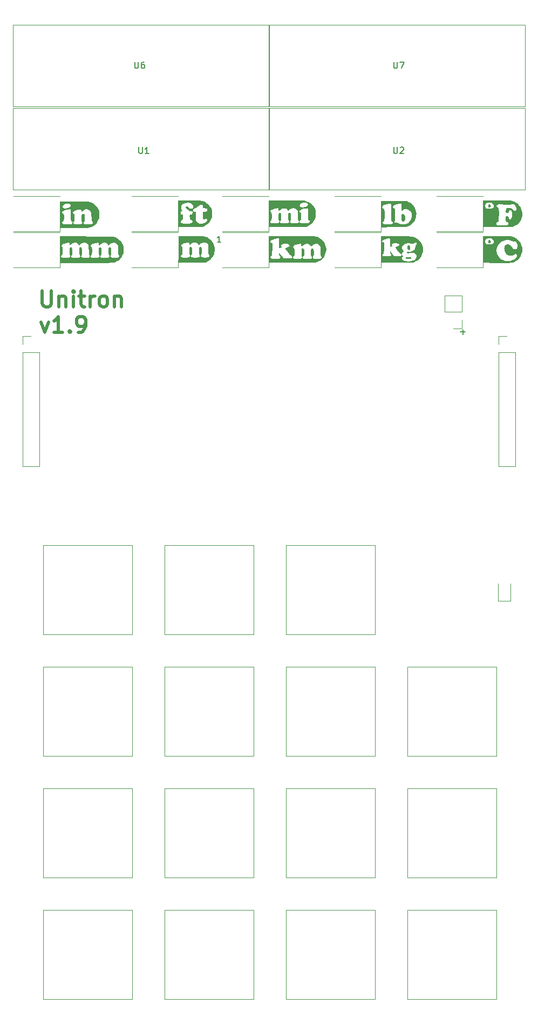
<source format=gbr>
G04 #@! TF.GenerationSoftware,KiCad,Pcbnew,(5.99.0-13010-g08938463f1)*
G04 #@! TF.CreationDate,2021-12-12T23:41:20-05:00*
G04 #@! TF.ProjectId,unitron,756e6974-726f-46e2-9e6b-696361645f70,1.9*
G04 #@! TF.SameCoordinates,Original*
G04 #@! TF.FileFunction,Legend,Top*
G04 #@! TF.FilePolarity,Positive*
%FSLAX46Y46*%
G04 Gerber Fmt 4.6, Leading zero omitted, Abs format (unit mm)*
G04 Created by KiCad (PCBNEW (5.99.0-13010-g08938463f1)) date 2021-12-12 23:41:20*
%MOMM*%
%LPD*%
G01*
G04 APERTURE LIST*
%ADD10C,0.500000*%
%ADD11C,0.150000*%
%ADD12C,0.120000*%
G04 APERTURE END LIST*
D10*
X68545638Y-64593052D02*
X68545638Y-66616861D01*
X68664685Y-66854957D01*
X68783733Y-66974004D01*
X69021828Y-67093052D01*
X69498019Y-67093052D01*
X69736114Y-66974004D01*
X69855161Y-66854957D01*
X69974209Y-66616861D01*
X69974209Y-64593052D01*
X71164685Y-65426385D02*
X71164685Y-67093052D01*
X71164685Y-65664480D02*
X71283733Y-65545433D01*
X71521828Y-65426385D01*
X71878971Y-65426385D01*
X72117066Y-65545433D01*
X72236114Y-65783528D01*
X72236114Y-67093052D01*
X73426590Y-67093052D02*
X73426590Y-65426385D01*
X73426590Y-64593052D02*
X73307542Y-64712100D01*
X73426590Y-64831147D01*
X73545638Y-64712100D01*
X73426590Y-64593052D01*
X73426590Y-64831147D01*
X74259923Y-65426385D02*
X75212304Y-65426385D01*
X74617066Y-64593052D02*
X74617066Y-66735909D01*
X74736114Y-66974004D01*
X74974209Y-67093052D01*
X75212304Y-67093052D01*
X76045638Y-67093052D02*
X76045638Y-65426385D01*
X76045638Y-65902576D02*
X76164685Y-65664480D01*
X76283733Y-65545433D01*
X76521828Y-65426385D01*
X76759923Y-65426385D01*
X77950400Y-67093052D02*
X77712304Y-66974004D01*
X77593257Y-66854957D01*
X77474209Y-66616861D01*
X77474209Y-65902576D01*
X77593257Y-65664480D01*
X77712304Y-65545433D01*
X77950400Y-65426385D01*
X78307542Y-65426385D01*
X78545638Y-65545433D01*
X78664685Y-65664480D01*
X78783733Y-65902576D01*
X78783733Y-66616861D01*
X78664685Y-66854957D01*
X78545638Y-66974004D01*
X78307542Y-67093052D01*
X77950400Y-67093052D01*
X79855161Y-65426385D02*
X79855161Y-67093052D01*
X79855161Y-65664480D02*
X79974209Y-65545433D01*
X80212304Y-65426385D01*
X80569447Y-65426385D01*
X80807542Y-65545433D01*
X80926590Y-65783528D01*
X80926590Y-67093052D01*
X68307542Y-69451385D02*
X68902780Y-71118052D01*
X69498019Y-69451385D01*
X71759923Y-71118052D02*
X70331352Y-71118052D01*
X71045638Y-71118052D02*
X71045638Y-68618052D01*
X70807542Y-68975195D01*
X70569447Y-69213290D01*
X70331352Y-69332338D01*
X72831352Y-70879957D02*
X72950400Y-70999004D01*
X72831352Y-71118052D01*
X72712304Y-70999004D01*
X72831352Y-70879957D01*
X72831352Y-71118052D01*
X74140876Y-71118052D02*
X74617066Y-71118052D01*
X74855161Y-70999004D01*
X74974209Y-70879957D01*
X75212304Y-70522814D01*
X75331352Y-70046623D01*
X75331352Y-69094242D01*
X75212304Y-68856147D01*
X75093257Y-68737100D01*
X74855161Y-68618052D01*
X74378971Y-68618052D01*
X74140876Y-68737100D01*
X74021828Y-68856147D01*
X73902780Y-69094242D01*
X73902780Y-69689480D01*
X74021828Y-69927576D01*
X74140876Y-70046623D01*
X74378971Y-70165671D01*
X74855161Y-70165671D01*
X75093257Y-70046623D01*
X75212304Y-69927576D01*
X75331352Y-69689480D01*
D11*
X134144447Y-71046028D02*
X134906352Y-71046028D01*
X134525400Y-71426980D02*
X134525400Y-70665076D01*
X123685395Y-42072543D02*
X123685395Y-42882067D01*
X123733014Y-42977305D01*
X123780633Y-43024924D01*
X123875871Y-43072543D01*
X124066347Y-43072543D01*
X124161585Y-43024924D01*
X124209204Y-42977305D01*
X124256823Y-42882067D01*
X124256823Y-42072543D01*
X124685395Y-42167782D02*
X124733014Y-42120163D01*
X124828252Y-42072543D01*
X125066347Y-42072543D01*
X125161585Y-42120163D01*
X125209204Y-42167782D01*
X125256823Y-42263020D01*
X125256823Y-42358258D01*
X125209204Y-42501115D01*
X124637776Y-43072543D01*
X125256823Y-43072543D01*
X83680395Y-42072543D02*
X83680395Y-42882067D01*
X83728014Y-42977305D01*
X83775633Y-43024924D01*
X83870871Y-43072543D01*
X84061347Y-43072543D01*
X84156585Y-43024924D01*
X84204204Y-42977305D01*
X84251823Y-42882067D01*
X84251823Y-42072543D01*
X85251823Y-43072543D02*
X84680395Y-43072543D01*
X84966109Y-43072543D02*
X84966109Y-42072543D01*
X84870871Y-42215401D01*
X84775633Y-42310639D01*
X84680395Y-42358258D01*
X123685395Y-28737543D02*
X123685395Y-29547067D01*
X123733014Y-29642305D01*
X123780633Y-29689924D01*
X123875871Y-29737543D01*
X124066347Y-29737543D01*
X124161585Y-29689924D01*
X124209204Y-29642305D01*
X124256823Y-29547067D01*
X124256823Y-28737543D01*
X124637776Y-28737543D02*
X125304442Y-28737543D01*
X124875871Y-29737543D01*
X83045395Y-28737543D02*
X83045395Y-29547067D01*
X83093014Y-29642305D01*
X83140633Y-29689924D01*
X83235871Y-29737543D01*
X83426347Y-29737543D01*
X83521585Y-29689924D01*
X83569204Y-29642305D01*
X83616823Y-29547067D01*
X83616823Y-28737543D01*
X84521585Y-28737543D02*
X84331109Y-28737543D01*
X84235871Y-28785163D01*
X84188252Y-28832782D01*
X84093014Y-28975639D01*
X84045395Y-29166115D01*
X84045395Y-29547067D01*
X84093014Y-29642305D01*
X84140633Y-29689924D01*
X84235871Y-29737543D01*
X84426347Y-29737543D01*
X84521585Y-29689924D01*
X84569204Y-29642305D01*
X84616823Y-29547067D01*
X84616823Y-29308972D01*
X84569204Y-29213734D01*
X84521585Y-29166115D01*
X84426347Y-29118496D01*
X84235871Y-29118496D01*
X84140633Y-29166115D01*
X84093014Y-29213734D01*
X84045395Y-29308972D01*
X96561114Y-56998553D02*
X95989685Y-56998553D01*
X96275400Y-56998553D02*
X96275400Y-55998553D01*
X96180161Y-56141411D01*
X96084923Y-56236649D01*
X95989685Y-56284268D01*
D12*
X68656200Y-142570200D02*
X82626200Y-142570200D01*
X68656200Y-156540200D02*
X68656200Y-142570200D01*
X82626200Y-156540200D02*
X68656200Y-156540200D01*
X82626200Y-142570200D02*
X82626200Y-156540200D01*
X101676200Y-156540200D02*
X87706200Y-156540200D01*
X87706200Y-156540200D02*
X87706200Y-142570200D01*
X87706200Y-142570200D02*
X101676200Y-142570200D01*
X101676200Y-142570200D02*
X101676200Y-156540200D01*
X82626200Y-118440200D02*
X68656200Y-118440200D01*
X68656200Y-104470200D02*
X82626200Y-104470200D01*
X82626200Y-104470200D02*
X82626200Y-118440200D01*
X68656200Y-118440200D02*
X68656200Y-104470200D01*
X68656200Y-137490200D02*
X68656200Y-123520200D01*
X82626200Y-123520200D02*
X82626200Y-137490200D01*
X68656200Y-123520200D02*
X82626200Y-123520200D01*
X82626200Y-137490200D02*
X68656200Y-137490200D01*
X87706200Y-123520200D02*
X101676200Y-123520200D01*
X101676200Y-123520200D02*
X101676200Y-137490200D01*
X87706200Y-137490200D02*
X87706200Y-123520200D01*
X101676200Y-137490200D02*
X87706200Y-137490200D01*
X87706200Y-118440200D02*
X87706200Y-104470200D01*
X101676200Y-104470200D02*
X101676200Y-118440200D01*
X87706200Y-104470200D02*
X101676200Y-104470200D01*
X101676200Y-118440200D02*
X87706200Y-118440200D01*
X106756200Y-104470200D02*
X120726200Y-104470200D01*
X120726200Y-118440200D02*
X106756200Y-118440200D01*
X120726200Y-104470200D02*
X120726200Y-118440200D01*
X106756200Y-118440200D02*
X106756200Y-104470200D01*
X120726200Y-175590200D02*
X106756200Y-175590200D01*
X106756200Y-161620200D02*
X120726200Y-161620200D01*
X120726200Y-161620200D02*
X120726200Y-175590200D01*
X106756200Y-175590200D02*
X106756200Y-161620200D01*
X144283300Y-48766163D02*
X144283300Y-35966163D01*
X104103300Y-48766163D02*
X104103300Y-35966163D01*
X144283300Y-35966163D02*
X104103300Y-35966163D01*
X104103300Y-48766163D02*
X144283300Y-48766163D01*
X63971300Y-48766163D02*
X104151300Y-48766163D01*
X63971300Y-48766163D02*
X63971300Y-35966163D01*
X104151300Y-48766163D02*
X104151300Y-35966163D01*
X104151300Y-35966163D02*
X63971300Y-35966163D01*
X68656200Y-161620200D02*
X82626200Y-161620200D01*
X82626200Y-161620200D02*
X82626200Y-175590200D01*
X82626200Y-175590200D02*
X68656200Y-175590200D01*
X68656200Y-175590200D02*
X68656200Y-161620200D01*
X144283300Y-22885163D02*
X104103300Y-22885163D01*
X104103300Y-35685163D02*
X104103300Y-22885163D01*
X104103300Y-35685163D02*
X144283300Y-35685163D01*
X144283300Y-35685163D02*
X144283300Y-22885163D01*
X104151300Y-22885163D02*
X63971300Y-22885163D01*
X63971300Y-35685163D02*
X104151300Y-35685163D01*
X104151300Y-35685163D02*
X104151300Y-22885163D01*
X63971300Y-35685163D02*
X63971300Y-22885163D01*
X106756200Y-156540200D02*
X106756200Y-142570200D01*
X106756200Y-142570200D02*
X120726200Y-142570200D01*
X120726200Y-142570200D02*
X120726200Y-156540200D01*
X120726200Y-156540200D02*
X106756200Y-156540200D01*
X120726200Y-123520200D02*
X120726200Y-137490200D01*
X106756200Y-123520200D02*
X120726200Y-123520200D01*
X120726200Y-137490200D02*
X106756200Y-137490200D01*
X106756200Y-137490200D02*
X106756200Y-123520200D01*
X134355400Y-67904600D02*
X131695400Y-67904600D01*
X134355400Y-67904600D02*
X134355400Y-65304600D01*
X134355400Y-70504600D02*
X133025400Y-70504600D01*
X134355400Y-65304600D02*
X131695400Y-65304600D01*
X134355400Y-69174600D02*
X134355400Y-70504600D01*
X131695400Y-67904600D02*
X131695400Y-65304600D01*
G36*
X91577333Y-50460925D02*
G01*
X91929185Y-50461202D01*
X92246012Y-50462025D01*
X92527196Y-50463388D01*
X92772115Y-50465284D01*
X92980149Y-50467706D01*
X93150676Y-50470646D01*
X93283078Y-50474097D01*
X93376732Y-50478052D01*
X93431019Y-50482503D01*
X93431508Y-50482571D01*
X93704542Y-50540538D01*
X93966676Y-50636397D01*
X94215485Y-50768947D01*
X94448543Y-50936988D01*
X94572019Y-51046863D01*
X94764655Y-51258046D01*
X94924206Y-51489612D01*
X95049732Y-51738137D01*
X95140291Y-52000197D01*
X95194943Y-52272366D01*
X95212745Y-52551221D01*
X95192757Y-52833337D01*
X95137272Y-53103579D01*
X95093234Y-53235200D01*
X95030634Y-53383140D01*
X94956365Y-53533411D01*
X94877319Y-53672026D01*
X94803507Y-53780926D01*
X94610257Y-54003344D01*
X94394107Y-54193809D01*
X94157011Y-54351081D01*
X93900919Y-54473922D01*
X93627782Y-54561093D01*
X93545483Y-54579560D01*
X93508741Y-54586811D01*
X93472435Y-54593162D01*
X93433781Y-54598673D01*
X93389991Y-54603403D01*
X93338283Y-54607411D01*
X93275870Y-54610758D01*
X93199967Y-54613502D01*
X93107790Y-54615704D01*
X92996552Y-54617422D01*
X92863470Y-54618717D01*
X92705756Y-54619647D01*
X92520628Y-54620273D01*
X92305298Y-54620654D01*
X92056983Y-54620850D01*
X91772896Y-54620919D01*
X91610639Y-54620926D01*
X89878781Y-54620926D01*
X89878781Y-52401376D01*
X90238781Y-52401376D01*
X90241722Y-52496749D01*
X90250063Y-52563994D01*
X90262781Y-52596926D01*
X90294898Y-52610090D01*
X90352489Y-52618807D01*
X90401665Y-52620926D01*
X90477379Y-52624855D01*
X90529229Y-52639543D01*
X90571595Y-52668273D01*
X90626640Y-52715621D01*
X90604213Y-53049491D01*
X90594276Y-53186563D01*
X90583774Y-53289967D01*
X90570230Y-53365988D01*
X90551171Y-53420911D01*
X90524121Y-53461022D01*
X90486604Y-53492608D01*
X90436145Y-53521952D01*
X90413589Y-53533556D01*
X90336074Y-53577146D01*
X90289358Y-53617347D01*
X90266223Y-53663211D01*
X90259451Y-53723791D01*
X90259417Y-53726919D01*
X90273663Y-53820180D01*
X90319458Y-53896808D01*
X90398821Y-53958641D01*
X90513773Y-54007518D01*
X90591344Y-54029170D01*
X90659717Y-54040085D01*
X90759586Y-54048663D01*
X90882513Y-54054820D01*
X91020057Y-54058469D01*
X91163778Y-54059528D01*
X91305237Y-54057910D01*
X91435994Y-54053532D01*
X91547609Y-54046308D01*
X91610667Y-54039397D01*
X91757691Y-54011200D01*
X91885599Y-53971305D01*
X91986984Y-53922454D01*
X92043535Y-53879248D01*
X92081790Y-53830065D01*
X92097189Y-53773431D01*
X92098781Y-53735161D01*
X92085471Y-53647230D01*
X92042828Y-53580155D01*
X91966782Y-53528687D01*
X91924761Y-53510786D01*
X91841062Y-53475078D01*
X91777968Y-53435755D01*
X91732363Y-53386626D01*
X91701134Y-53321496D01*
X91681167Y-53234174D01*
X91669348Y-53118465D01*
X91663301Y-52990825D01*
X91660131Y-52882873D01*
X91659773Y-52807151D01*
X91663004Y-52755944D01*
X91670600Y-52721533D01*
X91683336Y-52696201D01*
X91694437Y-52681323D01*
X91720393Y-52655259D01*
X91753434Y-52639243D01*
X91804477Y-52630023D01*
X91884436Y-52624348D01*
X91885948Y-52624271D01*
X91971793Y-52616552D01*
X92032639Y-52604095D01*
X92059142Y-52590490D01*
X92069278Y-52560461D01*
X92079400Y-52500195D01*
X92088114Y-52419431D01*
X92092615Y-52356233D01*
X92104401Y-52148106D01*
X92043216Y-52122763D01*
X91983614Y-52109106D01*
X91893110Y-52102820D01*
X91807490Y-52103452D01*
X91632949Y-52109484D01*
X91585714Y-52040205D01*
X91548775Y-51999418D01*
X91543115Y-51994456D01*
X92178781Y-51994456D01*
X92180875Y-52074375D01*
X92191671Y-52127458D01*
X92217938Y-52159178D01*
X92266444Y-52175005D01*
X92343959Y-52180409D01*
X92409484Y-52180926D01*
X92491454Y-52181417D01*
X92556311Y-52182739D01*
X92595142Y-52184658D01*
X92602208Y-52185926D01*
X92603367Y-52206375D01*
X92605075Y-52262112D01*
X92607228Y-52348429D01*
X92609718Y-52460618D01*
X92612439Y-52593973D01*
X92615286Y-52743785D01*
X92617208Y-52850926D01*
X92620417Y-53030751D01*
X92623323Y-53175281D01*
X92626312Y-53289215D01*
X92629773Y-53377250D01*
X92634094Y-53444085D01*
X92639661Y-53494419D01*
X92646863Y-53532950D01*
X92656087Y-53564378D01*
X92667721Y-53593399D01*
X92680803Y-53621838D01*
X92769459Y-53770297D01*
X92882831Y-53888192D01*
X93023485Y-53977780D01*
X93138781Y-54024602D01*
X93245537Y-54047720D01*
X93377844Y-54057690D01*
X93523664Y-54055042D01*
X93670960Y-54040310D01*
X93807696Y-54014023D01*
X93883146Y-53991719D01*
X94041457Y-53925035D01*
X94177332Y-53844946D01*
X94286536Y-53755029D01*
X94364836Y-53658859D01*
X94407996Y-53560011D01*
X94411033Y-53545952D01*
X94412593Y-53477345D01*
X94388346Y-53402299D01*
X94382003Y-53388821D01*
X94340445Y-53322900D01*
X94291975Y-53290138D01*
X94229887Y-53288946D01*
X94147472Y-53317733D01*
X94125642Y-53328081D01*
X94013179Y-53369690D01*
X93914555Y-53378538D01*
X93833509Y-53354473D01*
X93812926Y-53340613D01*
X93782134Y-53312487D01*
X93757985Y-53278903D01*
X93739698Y-53234936D01*
X93726489Y-53175660D01*
X93717575Y-53096149D01*
X93712175Y-52991477D01*
X93709504Y-52856719D01*
X93708781Y-52686948D01*
X93708781Y-52685214D01*
X93709129Y-52533455D01*
X93710368Y-52416995D01*
X93712789Y-52331135D01*
X93716682Y-52271178D01*
X93722338Y-52232426D01*
X93730047Y-52210182D01*
X93738781Y-52200520D01*
X93769082Y-52193502D01*
X93831011Y-52187609D01*
X93916200Y-52183375D01*
X94016281Y-52181335D01*
X94040681Y-52181232D01*
X94165528Y-52180257D01*
X94256091Y-52174890D01*
X94318088Y-52160981D01*
X94357233Y-52134381D01*
X94379243Y-52090940D01*
X94389833Y-52026509D01*
X94394720Y-51936937D01*
X94395212Y-51923855D01*
X94398007Y-51837588D01*
X94395550Y-51774162D01*
X94382613Y-51729838D01*
X94353966Y-51700873D01*
X94304382Y-51683529D01*
X94228633Y-51674065D01*
X94121491Y-51668740D01*
X94034505Y-51665793D01*
X93723106Y-51655328D01*
X93711163Y-51583127D01*
X93705717Y-51530125D01*
X93701516Y-51451200D01*
X93699229Y-51360421D01*
X93699001Y-51326629D01*
X93697934Y-51238056D01*
X93693930Y-51181083D01*
X93685399Y-51147332D01*
X93670751Y-51128425D01*
X93660095Y-51121629D01*
X93611765Y-51108375D01*
X93539743Y-51102101D01*
X93459734Y-51102871D01*
X93387445Y-51110747D01*
X93350170Y-51120397D01*
X93316682Y-51137473D01*
X93255595Y-51172855D01*
X93171989Y-51223305D01*
X93070946Y-51285581D01*
X92957547Y-51356443D01*
X92836873Y-51432651D01*
X92714005Y-51510963D01*
X92594024Y-51588141D01*
X92482011Y-51660942D01*
X92383048Y-51726127D01*
X92302214Y-51780456D01*
X92244593Y-51820687D01*
X92215263Y-51843580D01*
X92213780Y-51845129D01*
X92188490Y-51896877D01*
X92178944Y-51978914D01*
X92178781Y-51994456D01*
X91543115Y-51994456D01*
X91487718Y-51945895D01*
X91412441Y-51887941D01*
X91363630Y-51853868D01*
X91286696Y-51801609D01*
X91219128Y-51754342D01*
X91169931Y-51718438D01*
X91151733Y-51703916D01*
X91098519Y-51637853D01*
X91065841Y-51558851D01*
X91055922Y-51478558D01*
X91070983Y-51408623D01*
X91089880Y-51379710D01*
X91142443Y-51348589D01*
X91212116Y-51341516D01*
X91284205Y-51358278D01*
X91327023Y-51383116D01*
X91367626Y-51418905D01*
X91423359Y-51472861D01*
X91482439Y-51533559D01*
X91484720Y-51535982D01*
X91595306Y-51633469D01*
X91710771Y-51699529D01*
X91826355Y-51734563D01*
X91937299Y-51738975D01*
X92038844Y-51713166D01*
X92126232Y-51657538D01*
X92194702Y-51572493D01*
X92235835Y-51472533D01*
X92247936Y-51355683D01*
X92221468Y-51238145D01*
X92157672Y-51123126D01*
X92058644Y-51014601D01*
X91948220Y-50931520D01*
X91823680Y-50870410D01*
X91679718Y-50829888D01*
X91511023Y-50808573D01*
X91312287Y-50805082D01*
X91260101Y-50806721D01*
X91056750Y-50822871D01*
X90884885Y-50855259D01*
X90738599Y-50905914D01*
X90611986Y-50976866D01*
X90502130Y-51067244D01*
X90429236Y-51143781D01*
X90379640Y-51214703D01*
X90349161Y-51290951D01*
X90333618Y-51383467D01*
X90328831Y-51503191D01*
X90328781Y-51520926D01*
X90329561Y-51617423D01*
X90333684Y-51687032D01*
X90343821Y-51742860D01*
X90362646Y-51798014D01*
X90392831Y-51865600D01*
X90403781Y-51888742D01*
X90437727Y-51963059D01*
X90463667Y-52025341D01*
X90477527Y-52065583D01*
X90478781Y-52073038D01*
X90460919Y-52104972D01*
X90415887Y-52129852D01*
X90356513Y-52140850D01*
X90351229Y-52140926D01*
X90302575Y-52151873D01*
X90268955Y-52187506D01*
X90248560Y-52252015D01*
X90239582Y-52349586D01*
X90238781Y-52401376D01*
X89878781Y-52401376D01*
X89878781Y-50460926D01*
X91577333Y-50460925D01*
G37*
G36*
X126122043Y-57468725D02*
G01*
X126127592Y-57472472D01*
X126182821Y-57532437D01*
X126226320Y-57620828D01*
X126256034Y-57727320D01*
X126269906Y-57841591D01*
X126265883Y-57953319D01*
X126242635Y-58050295D01*
X126195255Y-58131877D01*
X126131334Y-58182072D01*
X126057579Y-58198720D01*
X125980694Y-58179660D01*
X125934947Y-58149430D01*
X125883168Y-58084205D01*
X125842533Y-57990909D01*
X125815580Y-57880471D01*
X125804847Y-57763816D01*
X125812870Y-57651874D01*
X125815808Y-57636360D01*
X125849106Y-57549770D01*
X125903970Y-57485721D01*
X125972808Y-57448204D01*
X126048029Y-57441208D01*
X126122043Y-57468725D01*
G37*
G36*
X124060031Y-56063632D02*
G01*
X124419775Y-56063697D01*
X124741857Y-56063832D01*
X125028551Y-56064070D01*
X125282129Y-56064444D01*
X125504867Y-56064988D01*
X125699038Y-56065734D01*
X125866918Y-56066716D01*
X126010779Y-56067967D01*
X126132896Y-56069521D01*
X126235544Y-56071410D01*
X126320995Y-56073668D01*
X126391525Y-56076328D01*
X126449408Y-56079423D01*
X126496918Y-56082987D01*
X126536328Y-56087053D01*
X126569913Y-56091654D01*
X126599948Y-56096823D01*
X126621430Y-56101076D01*
X126895022Y-56177301D01*
X127151231Y-56288284D01*
X127387731Y-56431790D01*
X127602193Y-56605586D01*
X127792290Y-56807439D01*
X127955695Y-57035115D01*
X128090079Y-57286379D01*
X128193116Y-57559000D01*
X128213271Y-57628638D01*
X128230030Y-57695421D01*
X128241962Y-57759179D01*
X128249810Y-57828728D01*
X128254316Y-57912884D01*
X128256224Y-58020465D01*
X128256346Y-58140099D01*
X128255134Y-58277928D01*
X128251976Y-58384501D01*
X128246128Y-58468480D01*
X128236845Y-58538528D01*
X128223381Y-58603306D01*
X128213105Y-58642816D01*
X128117233Y-58920616D01*
X127989464Y-59177138D01*
X127832173Y-59410291D01*
X127647737Y-59617985D01*
X127438533Y-59798131D01*
X127206937Y-59948639D01*
X126955326Y-60067419D01*
X126686076Y-60152380D01*
X126446645Y-60196256D01*
X126398340Y-60199692D01*
X126311194Y-60202843D01*
X126186300Y-60205698D01*
X126024752Y-60208249D01*
X125827647Y-60210488D01*
X125596077Y-60212403D01*
X125331137Y-60213988D01*
X125033922Y-60215231D01*
X124705525Y-60216125D01*
X124347042Y-60216661D01*
X123980680Y-60216828D01*
X121678781Y-60216828D01*
X121678781Y-59412631D01*
X124940250Y-59412631D01*
X124945363Y-59506805D01*
X124980628Y-59601019D01*
X125044243Y-59691754D01*
X125134407Y-59775490D01*
X125249317Y-59848707D01*
X125387173Y-59907886D01*
X125522727Y-59944873D01*
X125644019Y-59962679D01*
X125792317Y-59973012D01*
X125955412Y-59975967D01*
X126121098Y-59971643D01*
X126277166Y-59960135D01*
X126411408Y-59941541D01*
X126431296Y-59937658D01*
X126640879Y-59879435D01*
X126825198Y-59797157D01*
X126981862Y-59692770D01*
X127108477Y-59568219D01*
X127202649Y-59425451D01*
X127261987Y-59266409D01*
X127263234Y-59261282D01*
X127279428Y-59119525D01*
X127259330Y-58990323D01*
X127205476Y-58876892D01*
X127120403Y-58782446D01*
X127006648Y-58710201D01*
X126866748Y-58663374D01*
X126780746Y-58649738D01*
X126713877Y-58647472D01*
X126615298Y-58650407D01*
X126492841Y-58658120D01*
X126354334Y-58670184D01*
X126298293Y-58675909D01*
X126125308Y-58692320D01*
X125987709Y-58700427D01*
X125881724Y-58699776D01*
X125803582Y-58689915D01*
X125749511Y-58670393D01*
X125715740Y-58640756D01*
X125699331Y-58604067D01*
X125692131Y-58563695D01*
X125697035Y-58533853D01*
X125718955Y-58512626D01*
X125762805Y-58498100D01*
X125833499Y-58488361D01*
X125935949Y-58481497D01*
X126024042Y-58477582D01*
X126153689Y-58471212D01*
X126253927Y-58463011D01*
X126335284Y-58451503D01*
X126408286Y-58435208D01*
X126481218Y-58413383D01*
X126665273Y-58338629D01*
X126813417Y-58246445D01*
X126925695Y-58136778D01*
X127002153Y-58009574D01*
X127042840Y-57864782D01*
X127050126Y-57764057D01*
X127051631Y-57685848D01*
X127058730Y-57633380D01*
X127075682Y-57592479D01*
X127106745Y-57548968D01*
X127119466Y-57533271D01*
X127203031Y-57412266D01*
X127252203Y-57296632D01*
X127266255Y-57189432D01*
X127244458Y-57093729D01*
X127230257Y-57066789D01*
X127197493Y-57024419D01*
X127160780Y-57006442D01*
X127112946Y-57013297D01*
X127046817Y-57045424D01*
X126988220Y-57081619D01*
X126887180Y-57140185D01*
X126791541Y-57178636D01*
X126691955Y-57198294D01*
X126579076Y-57200479D01*
X126443558Y-57186513D01*
X126351422Y-57171624D01*
X126164298Y-57148155D01*
X125977791Y-57142265D01*
X125803775Y-57153775D01*
X125655543Y-57182113D01*
X125463274Y-57249391D01*
X125302250Y-57334607D01*
X125173507Y-57435383D01*
X125078079Y-57549338D01*
X125017004Y-57674092D01*
X124991315Y-57807263D01*
X125002050Y-57946472D01*
X125050243Y-58089339D01*
X125136930Y-58233483D01*
X125176356Y-58283556D01*
X125216010Y-58336030D01*
X125239143Y-58377022D01*
X125241007Y-58396858D01*
X125216751Y-58416469D01*
X125171789Y-58452399D01*
X125126142Y-58488699D01*
X125039536Y-58566974D01*
X124985545Y-58641785D01*
X124958902Y-58722321D01*
X124953698Y-58789626D01*
X124958056Y-58856287D01*
X124974845Y-58912946D01*
X125009471Y-58970441D01*
X125067339Y-59039612D01*
X125091392Y-59065708D01*
X125132140Y-59110915D01*
X125148115Y-59136904D01*
X125142377Y-59153098D01*
X125123836Y-59165551D01*
X125027685Y-59238485D01*
X124967090Y-59322018D01*
X124940250Y-59412631D01*
X121678781Y-59412631D01*
X121678781Y-56846553D01*
X121863149Y-56846553D01*
X121879208Y-56904600D01*
X121932162Y-56949292D01*
X122002955Y-56975137D01*
X122062232Y-56991344D01*
X122105692Y-57005869D01*
X122116354Y-57010804D01*
X122141315Y-57047144D01*
X122160278Y-57119447D01*
X122172643Y-57224105D01*
X122177811Y-57357509D01*
X122177930Y-57381294D01*
X122177034Y-57490364D01*
X122174385Y-57619071D01*
X122170259Y-57761520D01*
X122164932Y-57911818D01*
X122158679Y-58064070D01*
X122151777Y-58212384D01*
X122144502Y-58350865D01*
X122137130Y-58473620D01*
X122129936Y-58574754D01*
X122123197Y-58648374D01*
X122117189Y-58688586D01*
X122116609Y-58690639D01*
X122083947Y-58745733D01*
X122024338Y-58802852D01*
X122007897Y-58815031D01*
X121953294Y-58858060D01*
X121926199Y-58894517D01*
X121918434Y-58935766D01*
X121918403Y-58939421D01*
X121930817Y-59020278D01*
X121970728Y-59085011D01*
X122042137Y-59137731D01*
X122149045Y-59182548D01*
X122158026Y-59185516D01*
X122194381Y-59190495D01*
X122262665Y-59193927D01*
X122354899Y-59195892D01*
X122463107Y-59196473D01*
X122579314Y-59195751D01*
X122695543Y-59193808D01*
X122803817Y-59190726D01*
X122896161Y-59186585D01*
X122964596Y-59181469D01*
X122995865Y-59176942D01*
X123117198Y-59139098D01*
X123202525Y-59088590D01*
X123254433Y-59023029D01*
X123275507Y-58940024D01*
X123276265Y-58917891D01*
X123259089Y-58850737D01*
X123219680Y-58802081D01*
X123175574Y-58755116D01*
X123142427Y-58710166D01*
X123139806Y-58705523D01*
X123127747Y-58664623D01*
X123120022Y-58603389D01*
X123116909Y-58534616D01*
X123118684Y-58471099D01*
X123125626Y-58425634D01*
X123133429Y-58411563D01*
X123145616Y-58410729D01*
X123164533Y-58422342D01*
X123192907Y-58449530D01*
X123233465Y-58495422D01*
X123288936Y-58563145D01*
X123362047Y-58655829D01*
X123455524Y-58776602D01*
X123484302Y-58814033D01*
X123559380Y-58910342D01*
X123628445Y-58996248D01*
X123687043Y-59066421D01*
X123730720Y-59115532D01*
X123755022Y-59138251D01*
X123755502Y-59138522D01*
X123791009Y-59146512D01*
X123859152Y-59152567D01*
X123952678Y-59156745D01*
X124064336Y-59159103D01*
X124186873Y-59159698D01*
X124313038Y-59158588D01*
X124435579Y-59155828D01*
X124547243Y-59151478D01*
X124640778Y-59145593D01*
X124708934Y-59138231D01*
X124741767Y-59130743D01*
X124826511Y-59079860D01*
X124878157Y-59013577D01*
X124893718Y-58943747D01*
X124888012Y-58882007D01*
X124866428Y-58833247D01*
X124822265Y-58788363D01*
X124748820Y-58738248D01*
X124737271Y-58731177D01*
X124630484Y-58652185D01*
X124510542Y-58536874D01*
X124377212Y-58384978D01*
X124230259Y-58196231D01*
X124077299Y-57981787D01*
X124019747Y-57893126D01*
X123987269Y-57828272D01*
X123978292Y-57781283D01*
X123991247Y-57746213D01*
X124010109Y-57727449D01*
X124066398Y-57690541D01*
X124146799Y-57647069D01*
X124237713Y-57603615D01*
X124325540Y-57566763D01*
X124383323Y-57546786D01*
X124459880Y-57521344D01*
X124505218Y-57495439D01*
X124527290Y-57460840D01*
X124534051Y-57409319D01*
X124534284Y-57390608D01*
X124528510Y-57328030D01*
X124505158Y-57284203D01*
X124473050Y-57253445D01*
X124408526Y-57209253D01*
X124331458Y-57177368D01*
X124235738Y-57156644D01*
X124115259Y-57145935D01*
X123963914Y-57144093D01*
X123897872Y-57145457D01*
X123778254Y-57149485D01*
X123690632Y-57154695D01*
X123627063Y-57162162D01*
X123579607Y-57172963D01*
X123540321Y-57188173D01*
X123524536Y-57196036D01*
X123444466Y-57246167D01*
X123401099Y-57296811D01*
X123391662Y-57354531D01*
X123413381Y-57425891D01*
X123420811Y-57441552D01*
X123443783Y-57496120D01*
X123447249Y-57537813D01*
X123427004Y-57573529D01*
X123378838Y-57610167D01*
X123298544Y-57654625D01*
X123287324Y-57660416D01*
X123152216Y-57729868D01*
X123112909Y-57681326D01*
X123101718Y-57665974D01*
X123093035Y-57647751D01*
X123086683Y-57622075D01*
X123082484Y-57584367D01*
X123080260Y-57530046D01*
X123079834Y-57454532D01*
X123081028Y-57353244D01*
X123083664Y-57221603D01*
X123087564Y-57055028D01*
X123087968Y-57038317D01*
X123091925Y-56859751D01*
X123094187Y-56717303D01*
X123094689Y-56607186D01*
X123093364Y-56525614D01*
X123090146Y-56468801D01*
X123084968Y-56432962D01*
X123077765Y-56414309D01*
X123077027Y-56413359D01*
X123035943Y-56392179D01*
X122964021Y-56384597D01*
X122867437Y-56389217D01*
X122752370Y-56404641D01*
X122624998Y-56429473D01*
X122491496Y-56462318D01*
X122358044Y-56501779D01*
X122230818Y-56546460D01*
X122115996Y-56594965D01*
X122019755Y-56645897D01*
X122003757Y-56655942D01*
X121945382Y-56702920D01*
X121897030Y-56757216D01*
X121884777Y-56776480D01*
X121863149Y-56846553D01*
X121678781Y-56846553D01*
X121678781Y-56063369D01*
X124060031Y-56063632D01*
G37*
G36*
X125648609Y-59307639D02*
G01*
X125680249Y-59311365D01*
X125747222Y-59317144D01*
X125842024Y-59321109D01*
X125952573Y-59322937D01*
X126066790Y-59322302D01*
X126078700Y-59322075D01*
X126201285Y-59320515D01*
X126289554Y-59322802D01*
X126349072Y-59330694D01*
X126385405Y-59345946D01*
X126404119Y-59370315D01*
X126410778Y-59405557D01*
X126411328Y-59427035D01*
X126392412Y-59497157D01*
X126337242Y-59554589D01*
X126253592Y-59595037D01*
X126193555Y-59606754D01*
X126107151Y-59613493D01*
X126007637Y-59615273D01*
X125908267Y-59612114D01*
X125822300Y-59604035D01*
X125773064Y-59594327D01*
X125673224Y-59550329D01*
X125597163Y-59485339D01*
X125560603Y-59426218D01*
X125540305Y-59362976D01*
X125545854Y-59324389D01*
X125580780Y-59307073D01*
X125648609Y-59307639D01*
G37*
X96775400Y-60896173D02*
X104075400Y-60896173D01*
X96775400Y-55396173D02*
X104075400Y-55396173D01*
X104075400Y-60896173D02*
X104075400Y-59746173D01*
G36*
X107663781Y-56038231D02*
G01*
X108108983Y-56038277D01*
X108515998Y-56038359D01*
X108886636Y-56038496D01*
X109222709Y-56038704D01*
X109526030Y-56039003D01*
X109798409Y-56039411D01*
X110041659Y-56039945D01*
X110257591Y-56040623D01*
X110448017Y-56041464D01*
X110614750Y-56042487D01*
X110759599Y-56043708D01*
X110884379Y-56045146D01*
X110990899Y-56046819D01*
X111080972Y-56048746D01*
X111156410Y-56050944D01*
X111219025Y-56053431D01*
X111270628Y-56056226D01*
X111313030Y-56059346D01*
X111348045Y-56062811D01*
X111377483Y-56066637D01*
X111403156Y-56070843D01*
X111426877Y-56075447D01*
X111428781Y-56075840D01*
X111707437Y-56153435D01*
X111967845Y-56265935D01*
X112207703Y-56411564D01*
X112424714Y-56588546D01*
X112616576Y-56795103D01*
X112780991Y-57029458D01*
X112868149Y-57187969D01*
X112977615Y-57450411D01*
X113049132Y-57717454D01*
X113084007Y-57986006D01*
X113083544Y-58252979D01*
X113049051Y-58515282D01*
X112981831Y-58769826D01*
X112883192Y-59013519D01*
X112754438Y-59243273D01*
X112596875Y-59455998D01*
X112411809Y-59648603D01*
X112200545Y-59817999D01*
X111964390Y-59961095D01*
X111704648Y-60074802D01*
X111638781Y-60097429D01*
X111601385Y-60109618D01*
X111566042Y-60120778D01*
X111530925Y-60130953D01*
X111494206Y-60140190D01*
X111454056Y-60148533D01*
X111408650Y-60156029D01*
X111356158Y-60162723D01*
X111294755Y-60168660D01*
X111222612Y-60173886D01*
X111137901Y-60178446D01*
X111038796Y-60182385D01*
X110923468Y-60185750D01*
X110790091Y-60188586D01*
X110636836Y-60190938D01*
X110461877Y-60192851D01*
X110263385Y-60194371D01*
X110039533Y-60195545D01*
X109788494Y-60196416D01*
X109508441Y-60197031D01*
X109197544Y-60197435D01*
X108853979Y-60197673D01*
X108475915Y-60197791D01*
X108061527Y-60197835D01*
X107608987Y-60197850D01*
X107603781Y-60197851D01*
X104078781Y-60197969D01*
X104078781Y-56895088D01*
X104280333Y-56895088D01*
X104298312Y-56958353D01*
X104349555Y-57009323D01*
X104433687Y-57043002D01*
X104457188Y-57047700D01*
X104525475Y-57071286D01*
X104581210Y-57110687D01*
X104581600Y-57111102D01*
X104628781Y-57161456D01*
X104624867Y-57754712D01*
X104622061Y-58017565D01*
X104617341Y-58255772D01*
X104610824Y-58467123D01*
X104602630Y-58649410D01*
X104592875Y-58800422D01*
X104581677Y-58917950D01*
X104569154Y-58999784D01*
X104556248Y-59042247D01*
X104524717Y-59083487D01*
X104473891Y-59133264D01*
X104438781Y-59162209D01*
X104387193Y-59204145D01*
X104360536Y-59237845D01*
X104350883Y-59277885D01*
X104350091Y-59325296D01*
X104363550Y-59407700D01*
X104404322Y-59472446D01*
X104476864Y-59524493D01*
X104561555Y-59560601D01*
X104600614Y-59573083D01*
X104641700Y-59582343D01*
X104690980Y-59588731D01*
X104754624Y-59592597D01*
X104838801Y-59594291D01*
X104949679Y-59594162D01*
X105093427Y-59592561D01*
X105118781Y-59592208D01*
X105267747Y-59589776D01*
X105382886Y-59586885D01*
X105470368Y-59582989D01*
X105536367Y-59577542D01*
X105587054Y-59569999D01*
X105628601Y-59559815D01*
X105667180Y-59546444D01*
X105676025Y-59542964D01*
X105765571Y-59501899D01*
X105824248Y-59459655D01*
X105860624Y-59408375D01*
X105879111Y-59356742D01*
X105887380Y-59270865D01*
X105861527Y-59190612D01*
X105799167Y-59108700D01*
X105797220Y-59106672D01*
X105737115Y-59020240D01*
X105705419Y-58912574D01*
X105699087Y-58818101D01*
X105705024Y-58743240D01*
X105720821Y-58695977D01*
X105744344Y-58681435D01*
X105754422Y-58685275D01*
X105772047Y-58703974D01*
X105810513Y-58749641D01*
X105866089Y-58817683D01*
X105935042Y-58903505D01*
X106013641Y-59002514D01*
X106061131Y-59062837D01*
X106146255Y-59170500D01*
X106226470Y-59270493D01*
X106297410Y-59357486D01*
X106354709Y-59426149D01*
X106393999Y-59471154D01*
X106405369Y-59482969D01*
X106463011Y-59537969D01*
X106963575Y-59537969D01*
X107139258Y-59537376D01*
X107279942Y-59535128D01*
X107390618Y-59530515D01*
X107476275Y-59522830D01*
X107541903Y-59511364D01*
X107592493Y-59495410D01*
X107633035Y-59474259D01*
X107668518Y-59447204D01*
X107680656Y-59436217D01*
X107721709Y-59387043D01*
X107732334Y-59349330D01*
X107858781Y-59349330D01*
X107871237Y-59417706D01*
X107910947Y-59474231D01*
X107981423Y-59521579D01*
X108086176Y-59562426D01*
X108168781Y-59585385D01*
X108200635Y-59588231D01*
X108265563Y-59590227D01*
X108356646Y-59591295D01*
X108466966Y-59591356D01*
X108589602Y-59590333D01*
X108598781Y-59590214D01*
X108737047Y-59587983D01*
X108842320Y-59584976D01*
X108921604Y-59580500D01*
X108981907Y-59573860D01*
X109030234Y-59564363D01*
X109073590Y-59551315D01*
X109103325Y-59540250D01*
X109200859Y-59491846D01*
X109263848Y-59433935D01*
X109293759Y-59362142D01*
X109292062Y-59272094D01*
X109260226Y-59159416D01*
X109244603Y-59119538D01*
X109226908Y-59075351D01*
X109213544Y-59035964D01*
X109203892Y-58994928D01*
X109197331Y-58945795D01*
X109193241Y-58882116D01*
X109191000Y-58797442D01*
X109189989Y-58685325D01*
X109189603Y-58547969D01*
X109189713Y-58399737D01*
X109190912Y-58285968D01*
X109193560Y-58201132D01*
X109198021Y-58139698D01*
X109204657Y-58096136D01*
X109213830Y-58064916D01*
X109222462Y-58046512D01*
X109267311Y-57980105D01*
X109318498Y-57942706D01*
X109383102Y-57925016D01*
X109455545Y-57932147D01*
X109522387Y-57972944D01*
X109575959Y-58041126D01*
X109602234Y-58104429D01*
X109610473Y-58153907D01*
X109617231Y-58235024D01*
X109622414Y-58339441D01*
X109625931Y-58458822D01*
X109627689Y-58584828D01*
X109627595Y-58709123D01*
X109625555Y-58823367D01*
X109621478Y-58919225D01*
X109615271Y-58988358D01*
X109612263Y-59006227D01*
X109578916Y-59085164D01*
X109509949Y-59167857D01*
X109507263Y-59170481D01*
X109456905Y-59222945D01*
X109430231Y-59264223D01*
X109420016Y-59308525D01*
X109418781Y-59344495D01*
X109435098Y-59431311D01*
X109485028Y-59498631D01*
X109570036Y-59548241D01*
X109592874Y-59556711D01*
X109647688Y-59568285D01*
X109733976Y-59578033D01*
X109843242Y-59585752D01*
X109966992Y-59591242D01*
X110096733Y-59594301D01*
X110223971Y-59594727D01*
X110340211Y-59592320D01*
X110436958Y-59586877D01*
X110504998Y-59578341D01*
X110633582Y-59542964D01*
X110737012Y-59493807D01*
X110811187Y-59433826D01*
X110852005Y-59365973D01*
X110858781Y-59323521D01*
X110849199Y-59282581D01*
X110823936Y-59220236D01*
X110788217Y-59149186D01*
X110783781Y-59141218D01*
X110708781Y-59007969D01*
X110702105Y-58586327D01*
X110700309Y-58418094D01*
X110701380Y-58284956D01*
X110706109Y-58182065D01*
X110715287Y-58104569D01*
X110729703Y-58047620D01*
X110750148Y-58006367D01*
X110777412Y-57975960D01*
X110804797Y-57956100D01*
X110885684Y-57925380D01*
X110964108Y-57931478D01*
X111034039Y-57971373D01*
X111089451Y-58042041D01*
X111117738Y-58113001D01*
X111124120Y-58155765D01*
X111129719Y-58231082D01*
X111134214Y-58331509D01*
X111137284Y-58449603D01*
X111138609Y-58577920D01*
X111138638Y-58597969D01*
X111138255Y-58740284D01*
X111136755Y-58848458D01*
X111133707Y-58928344D01*
X111128678Y-58985794D01*
X111121239Y-59026660D01*
X111110957Y-59056796D01*
X111103749Y-59071251D01*
X111071390Y-59129738D01*
X111033400Y-59198303D01*
X111022547Y-59217872D01*
X110989840Y-59302996D01*
X110993385Y-59377210D01*
X111034076Y-59442056D01*
X111112804Y-59499077D01*
X111210426Y-59542593D01*
X111258383Y-59558903D01*
X111306041Y-59570678D01*
X111361136Y-59578655D01*
X111431403Y-59583573D01*
X111524580Y-59586168D01*
X111648402Y-59587179D01*
X111678781Y-59587258D01*
X111842254Y-59585599D01*
X111971988Y-59579043D01*
X112074078Y-59566331D01*
X112154620Y-59546205D01*
X112219707Y-59517407D01*
X112275437Y-59478677D01*
X112297023Y-59459610D01*
X112343128Y-59410820D01*
X112368725Y-59364575D01*
X112373176Y-59313719D01*
X112355840Y-59251098D01*
X112316080Y-59169555D01*
X112262941Y-59077969D01*
X112208781Y-58987969D01*
X112188651Y-57667969D01*
X112135000Y-57566168D01*
X112053681Y-57444440D01*
X111952342Y-57352917D01*
X111827557Y-57289682D01*
X111675905Y-57252820D01*
X111555711Y-57241840D01*
X111403119Y-57243462D01*
X111268370Y-57264883D01*
X111142392Y-57309537D01*
X111016112Y-57380861D01*
X110880457Y-57482290D01*
X110847039Y-57510185D01*
X110785521Y-57559829D01*
X110733482Y-57597208D01*
X110699754Y-57616126D01*
X110694383Y-57617274D01*
X110671609Y-57601260D01*
X110635435Y-57559700D01*
X110593265Y-57501210D01*
X110588781Y-57494421D01*
X110522350Y-57406440D01*
X110450491Y-57342674D01*
X110398781Y-57310116D01*
X110350274Y-57283777D01*
X110308912Y-57266173D01*
X110264776Y-57255546D01*
X110207948Y-57250142D01*
X110128509Y-57248204D01*
X110047743Y-57247969D01*
X109945186Y-57248393D01*
X109871739Y-57251050D01*
X109816515Y-57258012D01*
X109768624Y-57271355D01*
X109717179Y-57293151D01*
X109657743Y-57322257D01*
X109565320Y-57375227D01*
X109466688Y-57442439D01*
X109383902Y-57508747D01*
X109307638Y-57573683D01*
X109253848Y-57607846D01*
X109218125Y-57610079D01*
X109196059Y-57579230D01*
X109183243Y-57514143D01*
X109177916Y-57454797D01*
X109169308Y-57376789D01*
X109156615Y-57311886D01*
X109142386Y-57272665D01*
X109140467Y-57270001D01*
X109102877Y-57247691D01*
X109036649Y-57239126D01*
X108938908Y-57244277D01*
X108806781Y-57263112D01*
X108788781Y-57266237D01*
X108561281Y-57312524D01*
X108364732Y-57365382D01*
X108200634Y-57424076D01*
X108070489Y-57487872D01*
X107975798Y-57556035D01*
X107918062Y-57627831D01*
X107898781Y-57701672D01*
X107907773Y-57747614D01*
X107939017Y-57795402D01*
X107987810Y-57845137D01*
X108028194Y-57885690D01*
X108059639Y-57926877D01*
X108083136Y-57974101D01*
X108099677Y-58032768D01*
X108110251Y-58108280D01*
X108115851Y-58206043D01*
X108117467Y-58331461D01*
X108116089Y-58489939D01*
X108115310Y-58540492D01*
X108112176Y-58697224D01*
X108107422Y-58820139D01*
X108099428Y-58915423D01*
X108086571Y-58989259D01*
X108067228Y-59047831D01*
X108039778Y-59097323D01*
X108002599Y-59143920D01*
X107954068Y-59193805D01*
X107940475Y-59207027D01*
X107887967Y-59265070D01*
X107863182Y-59314159D01*
X107858781Y-59349330D01*
X107732334Y-59349330D01*
X107737482Y-59331057D01*
X107738780Y-59298629D01*
X107734182Y-59236538D01*
X107722778Y-59186828D01*
X107719220Y-59178791D01*
X107694806Y-59152542D01*
X107644907Y-59111451D01*
X107577829Y-59062080D01*
X107530915Y-59029963D01*
X107452242Y-58974677D01*
X107384934Y-58919246D01*
X107319987Y-58854936D01*
X107248400Y-58773013D01*
X107183399Y-58692826D01*
X107041113Y-58511583D01*
X106922291Y-58355364D01*
X106827753Y-58225302D01*
X106758323Y-58122534D01*
X106714823Y-58048193D01*
X106712126Y-58042766D01*
X106688170Y-57988765D01*
X106682832Y-57956788D01*
X106694734Y-57934219D01*
X106699697Y-57929099D01*
X106749340Y-57891419D01*
X106826055Y-57845735D01*
X106919225Y-57797448D01*
X107018235Y-57751958D01*
X107112469Y-57714666D01*
X107138781Y-57705703D01*
X107231846Y-57671798D01*
X107291814Y-57638953D01*
X107325048Y-57601679D01*
X107337911Y-57554484D01*
X107338780Y-57533153D01*
X107322537Y-57445518D01*
X107272278Y-57373061D01*
X107185715Y-57312772D01*
X107162358Y-57301211D01*
X107121308Y-57282657D01*
X107084201Y-57269004D01*
X107044075Y-57259502D01*
X106993968Y-57253400D01*
X106926916Y-57249946D01*
X106835959Y-57248390D01*
X106714133Y-57247980D01*
X106668781Y-57247969D01*
X106534947Y-57248250D01*
X106434189Y-57249550D01*
X106359586Y-57252550D01*
X106304215Y-57257931D01*
X106261153Y-57266377D01*
X106223479Y-57278570D01*
X106184270Y-57295190D01*
X106182803Y-57295852D01*
X106091168Y-57350660D01*
X106037417Y-57414352D01*
X106022113Y-57485461D01*
X106045823Y-57562517D01*
X106067387Y-57596079D01*
X106098990Y-57647689D01*
X106102184Y-57687489D01*
X106074283Y-57725559D01*
X106022287Y-57765349D01*
X105929648Y-57822414D01*
X105843924Y-57862514D01*
X105772732Y-57882788D01*
X105723687Y-57880377D01*
X105720236Y-57878747D01*
X105703231Y-57865889D01*
X105689684Y-57844896D01*
X105679383Y-57811952D01*
X105672116Y-57763242D01*
X105667674Y-57694949D01*
X105665845Y-57603258D01*
X105666418Y-57484352D01*
X105669181Y-57334416D01*
X105673925Y-57149632D01*
X105675958Y-57077969D01*
X105680954Y-56887941D01*
X105683845Y-56734729D01*
X105684604Y-56615202D01*
X105683207Y-56526232D01*
X105679628Y-56464687D01*
X105673841Y-56427437D01*
X105670603Y-56417969D01*
X105657654Y-56394242D01*
X105639594Y-56379696D01*
X105607687Y-56372293D01*
X105553196Y-56369993D01*
X105468219Y-56370746D01*
X105314204Y-56383171D01*
X105140852Y-56413890D01*
X104959188Y-56459605D01*
X104780236Y-56517017D01*
X104615019Y-56582828D01*
X104474561Y-56653738D01*
X104429725Y-56681499D01*
X104345664Y-56751664D01*
X104295992Y-56824526D01*
X104280333Y-56895088D01*
X104078781Y-56895088D01*
X104078781Y-56037969D01*
X107663781Y-56038231D01*
G37*
X63975400Y-55267746D02*
X71275400Y-55267746D01*
X71275400Y-55267746D02*
X71275400Y-54117746D01*
X63975400Y-49767746D02*
X71275400Y-49767746D01*
X114375400Y-60896173D02*
X121675400Y-60896173D01*
X121675400Y-60896173D02*
X121675400Y-59746173D01*
X114375400Y-55396173D02*
X121675400Y-55396173D01*
X141985400Y-113140200D02*
X141985400Y-110455200D01*
X140065400Y-113140200D02*
X141985400Y-113140200D01*
X140065400Y-110455200D02*
X140065400Y-113140200D01*
X140097200Y-74269600D02*
X140097200Y-92109600D01*
X140097200Y-74269600D02*
X142757200Y-74269600D01*
X142757200Y-74269600D02*
X142757200Y-92109600D01*
X140097200Y-92109600D02*
X142757200Y-92109600D01*
X140097200Y-71669600D02*
X141427200Y-71669600D01*
X140097200Y-72999600D02*
X140097200Y-71669600D01*
X101676200Y-161620200D02*
X101676200Y-175590200D01*
X101676200Y-175590200D02*
X87706200Y-175590200D01*
X87706200Y-161620200D02*
X101676200Y-161620200D01*
X87706200Y-175590200D02*
X87706200Y-161620200D01*
G36*
X91786607Y-56045369D02*
G01*
X92165391Y-56045615D01*
X92506710Y-56046352D01*
X92810263Y-56047578D01*
X93075753Y-56049287D01*
X93302878Y-56051478D01*
X93491341Y-56054148D01*
X93640842Y-56057292D01*
X93751080Y-56060909D01*
X93821757Y-56064994D01*
X93840782Y-56067014D01*
X94113816Y-56124981D01*
X94375950Y-56220840D01*
X94624759Y-56353390D01*
X94857817Y-56521431D01*
X94981293Y-56631306D01*
X95173929Y-56842489D01*
X95333480Y-57074055D01*
X95459006Y-57322580D01*
X95549565Y-57584640D01*
X95604217Y-57856809D01*
X95622019Y-58135664D01*
X95602031Y-58417780D01*
X95546546Y-58688022D01*
X95502508Y-58819643D01*
X95439908Y-58967583D01*
X95365639Y-59117854D01*
X95286593Y-59256469D01*
X95212781Y-59365369D01*
X95019531Y-59587787D01*
X94803381Y-59778252D01*
X94566285Y-59935524D01*
X94310193Y-60058365D01*
X94037056Y-60145536D01*
X93954757Y-60164003D01*
X93919947Y-60170887D01*
X93885478Y-60176962D01*
X93848744Y-60182280D01*
X93807139Y-60186889D01*
X93758058Y-60190841D01*
X93698894Y-60194186D01*
X93627042Y-60196974D01*
X93539896Y-60199257D01*
X93434851Y-60201084D01*
X93309299Y-60202506D01*
X93160636Y-60203574D01*
X92986256Y-60204338D01*
X92783552Y-60204849D01*
X92549920Y-60205156D01*
X92282752Y-60205311D01*
X91979444Y-60205364D01*
X91819913Y-60205369D01*
X89888055Y-60205369D01*
X89888055Y-59136730D01*
X90268055Y-59136730D01*
X90280511Y-59205106D01*
X90320221Y-59261631D01*
X90390697Y-59308979D01*
X90495450Y-59349826D01*
X90578055Y-59372785D01*
X90609909Y-59375631D01*
X90674837Y-59377627D01*
X90765920Y-59378695D01*
X90876240Y-59378756D01*
X90998876Y-59377733D01*
X91008055Y-59377614D01*
X91146321Y-59375383D01*
X91251594Y-59372376D01*
X91330878Y-59367900D01*
X91391181Y-59361260D01*
X91439508Y-59351763D01*
X91482864Y-59338715D01*
X91512599Y-59327650D01*
X91610133Y-59279246D01*
X91673122Y-59221335D01*
X91703033Y-59149542D01*
X91701336Y-59059494D01*
X91669500Y-58946816D01*
X91653877Y-58906938D01*
X91636182Y-58862751D01*
X91622818Y-58823364D01*
X91613166Y-58782328D01*
X91606605Y-58733195D01*
X91602515Y-58669516D01*
X91600274Y-58584842D01*
X91599263Y-58472725D01*
X91598877Y-58335369D01*
X91598987Y-58187137D01*
X91600186Y-58073368D01*
X91602834Y-57988532D01*
X91607295Y-57927098D01*
X91613931Y-57883536D01*
X91623104Y-57852316D01*
X91631736Y-57833912D01*
X91676585Y-57767505D01*
X91727772Y-57730106D01*
X91792376Y-57712416D01*
X91864819Y-57719547D01*
X91931661Y-57760344D01*
X91985233Y-57828526D01*
X92011508Y-57891829D01*
X92019747Y-57941307D01*
X92026505Y-58022424D01*
X92031688Y-58126841D01*
X92035205Y-58246222D01*
X92036963Y-58372228D01*
X92036869Y-58496523D01*
X92034829Y-58610767D01*
X92030752Y-58706625D01*
X92024545Y-58775758D01*
X92021537Y-58793627D01*
X91988190Y-58872564D01*
X91919223Y-58955257D01*
X91916537Y-58957881D01*
X91866051Y-59010564D01*
X91839350Y-59052066D01*
X91829204Y-59096463D01*
X91828054Y-59130172D01*
X91834014Y-59198094D01*
X91854417Y-59252469D01*
X91893055Y-59294862D01*
X91953716Y-59326835D01*
X92040190Y-59349952D01*
X92156268Y-59365775D01*
X92305737Y-59375868D01*
X92434764Y-59380427D01*
X92636258Y-59382306D01*
X92802522Y-59375665D01*
X92937582Y-59359654D01*
X93045466Y-59333423D01*
X93130203Y-59296120D01*
X93195818Y-59246894D01*
X93226164Y-59213229D01*
X93256593Y-59162309D01*
X93264725Y-59108750D01*
X93249571Y-59044048D01*
X93210141Y-58959696D01*
X93193055Y-58928618D01*
X93118055Y-58795369D01*
X93111379Y-58373727D01*
X93109583Y-58205494D01*
X93110654Y-58072356D01*
X93115383Y-57969465D01*
X93124561Y-57891969D01*
X93138977Y-57835020D01*
X93159422Y-57793767D01*
X93186686Y-57763360D01*
X93214071Y-57743500D01*
X93294958Y-57712780D01*
X93373382Y-57718878D01*
X93443313Y-57758773D01*
X93498725Y-57829441D01*
X93527012Y-57900401D01*
X93533394Y-57943165D01*
X93538993Y-58018482D01*
X93543488Y-58118909D01*
X93546558Y-58237003D01*
X93547883Y-58365320D01*
X93547912Y-58385369D01*
X93547529Y-58527684D01*
X93546029Y-58635858D01*
X93542981Y-58715744D01*
X93537952Y-58773194D01*
X93530513Y-58814060D01*
X93520231Y-58844196D01*
X93513023Y-58858651D01*
X93480664Y-58917138D01*
X93442674Y-58985703D01*
X93431821Y-59005272D01*
X93399114Y-59090396D01*
X93402659Y-59164610D01*
X93443350Y-59229456D01*
X93522078Y-59286477D01*
X93619700Y-59329993D01*
X93667657Y-59346303D01*
X93715315Y-59358078D01*
X93770410Y-59366055D01*
X93840677Y-59370973D01*
X93933854Y-59373568D01*
X94057676Y-59374579D01*
X94088055Y-59374658D01*
X94251528Y-59372999D01*
X94381262Y-59366443D01*
X94483352Y-59353731D01*
X94563894Y-59333605D01*
X94628981Y-59304807D01*
X94684711Y-59266077D01*
X94706297Y-59247010D01*
X94752402Y-59198220D01*
X94777999Y-59151975D01*
X94782450Y-59101119D01*
X94765114Y-59038498D01*
X94725354Y-58956955D01*
X94672215Y-58865369D01*
X94618055Y-58775369D01*
X94597925Y-57455369D01*
X94544274Y-57353568D01*
X94462955Y-57231840D01*
X94361616Y-57140317D01*
X94236831Y-57077082D01*
X94085179Y-57040220D01*
X93964985Y-57029240D01*
X93812393Y-57030862D01*
X93677644Y-57052283D01*
X93551666Y-57096937D01*
X93425386Y-57168261D01*
X93289731Y-57269690D01*
X93256313Y-57297585D01*
X93194795Y-57347229D01*
X93142756Y-57384608D01*
X93109028Y-57403526D01*
X93103657Y-57404674D01*
X93080883Y-57388660D01*
X93044709Y-57347100D01*
X93002539Y-57288610D01*
X92998055Y-57281821D01*
X92931624Y-57193840D01*
X92859765Y-57130074D01*
X92808055Y-57097516D01*
X92759548Y-57071177D01*
X92718186Y-57053573D01*
X92674050Y-57042946D01*
X92617222Y-57037542D01*
X92537783Y-57035604D01*
X92457017Y-57035369D01*
X92354460Y-57035793D01*
X92281013Y-57038450D01*
X92225789Y-57045412D01*
X92177898Y-57058755D01*
X92126453Y-57080551D01*
X92067017Y-57109657D01*
X91974594Y-57162627D01*
X91875962Y-57229839D01*
X91793176Y-57296147D01*
X91716912Y-57361083D01*
X91663122Y-57395246D01*
X91627399Y-57397479D01*
X91605333Y-57366630D01*
X91592517Y-57301543D01*
X91587190Y-57242197D01*
X91578582Y-57164189D01*
X91565889Y-57099286D01*
X91551660Y-57060065D01*
X91549741Y-57057401D01*
X91512151Y-57035091D01*
X91445923Y-57026526D01*
X91348182Y-57031677D01*
X91216055Y-57050512D01*
X91198055Y-57053637D01*
X90970555Y-57099924D01*
X90774006Y-57152782D01*
X90609908Y-57211476D01*
X90479763Y-57275272D01*
X90385072Y-57343435D01*
X90327336Y-57415231D01*
X90308055Y-57489072D01*
X90317047Y-57535014D01*
X90348291Y-57582802D01*
X90397084Y-57632537D01*
X90437468Y-57673090D01*
X90468913Y-57714277D01*
X90492410Y-57761501D01*
X90508951Y-57820168D01*
X90519525Y-57895680D01*
X90525125Y-57993443D01*
X90526741Y-58118861D01*
X90525363Y-58277339D01*
X90524584Y-58327892D01*
X90521450Y-58484624D01*
X90516696Y-58607539D01*
X90508702Y-58702823D01*
X90495845Y-58776659D01*
X90476502Y-58835231D01*
X90449052Y-58884723D01*
X90411873Y-58931320D01*
X90363342Y-58981205D01*
X90349749Y-58994427D01*
X90297241Y-59052470D01*
X90272456Y-59101559D01*
X90268055Y-59136730D01*
X89888055Y-59136730D01*
X89888055Y-56045369D01*
X91786607Y-56045369D01*
G37*
G36*
X73429026Y-50580760D02*
G01*
X73839618Y-50580978D01*
X74210238Y-50581629D01*
X74540881Y-50582715D01*
X74831540Y-50584235D01*
X75082208Y-50586189D01*
X75292880Y-50588577D01*
X75463548Y-50591399D01*
X75594206Y-50594655D01*
X75684847Y-50598345D01*
X75735017Y-50602406D01*
X76008266Y-50660373D01*
X76270607Y-50756232D01*
X76519612Y-50888782D01*
X76752853Y-51056823D01*
X76876426Y-51166698D01*
X77069214Y-51377881D01*
X77228891Y-51609447D01*
X77354516Y-51857972D01*
X77445147Y-52120032D01*
X77499841Y-52392201D01*
X77517657Y-52671056D01*
X77497653Y-52953172D01*
X77442125Y-53223414D01*
X77398052Y-53355035D01*
X77335403Y-53502975D01*
X77261075Y-53653246D01*
X77181967Y-53791861D01*
X77108097Y-53900761D01*
X76914694Y-54123179D01*
X76698375Y-54313644D01*
X76461092Y-54470916D01*
X76204797Y-54593757D01*
X75931446Y-54680928D01*
X75849082Y-54699395D01*
X75816274Y-54705892D01*
X75783714Y-54711671D01*
X75748978Y-54716774D01*
X75709639Y-54721243D01*
X75663274Y-54725119D01*
X75607456Y-54728446D01*
X75539761Y-54731265D01*
X75457763Y-54733617D01*
X75359037Y-54735546D01*
X75241159Y-54737093D01*
X75101704Y-54738299D01*
X74938245Y-54739208D01*
X74748358Y-54739861D01*
X74529618Y-54740300D01*
X74279599Y-54740568D01*
X73995877Y-54740705D01*
X73676027Y-54740755D01*
X73462358Y-54740761D01*
X71278781Y-54740761D01*
X71278781Y-52293010D01*
X71659080Y-52293010D01*
X71667367Y-52346192D01*
X71696196Y-52393705D01*
X71751523Y-52442810D01*
X71819206Y-52488337D01*
X71871140Y-52529797D01*
X71909739Y-52575961D01*
X71914333Y-52584339D01*
X71930568Y-52641341D01*
X71942307Y-52729909D01*
X71949692Y-52841877D01*
X71952867Y-52969081D01*
X71951975Y-53103355D01*
X71947159Y-53236535D01*
X71938564Y-53360455D01*
X71926332Y-53466951D01*
X71910606Y-53547858D01*
X71896740Y-53586575D01*
X71870228Y-53622547D01*
X71823696Y-53673028D01*
X71771828Y-53722809D01*
X71716599Y-53775419D01*
X71685833Y-53814973D01*
X71672612Y-53853249D01*
X71669998Y-53896212D01*
X71683864Y-53975738D01*
X71727317Y-54040214D01*
X71803141Y-54091877D01*
X71914116Y-54132966D01*
X71986709Y-54150910D01*
X72060164Y-54161650D01*
X72164058Y-54169881D01*
X72288873Y-54175520D01*
X72425089Y-54178483D01*
X72563190Y-54178687D01*
X72693655Y-54176048D01*
X72806966Y-54170483D01*
X72893605Y-54161908D01*
X72911393Y-54159029D01*
X73044968Y-54122887D01*
X73150751Y-54069843D01*
X73225857Y-54002550D01*
X73267400Y-53923657D01*
X73272495Y-53835815D01*
X73271236Y-53828452D01*
X73250225Y-53773168D01*
X73204503Y-53727323D01*
X73177587Y-53709063D01*
X73095088Y-53633688D01*
X73053712Y-53564427D01*
X73042851Y-53539348D01*
X73033933Y-53513160D01*
X73026724Y-53481734D01*
X73020990Y-53440939D01*
X73016499Y-53386643D01*
X73013015Y-53314717D01*
X73010306Y-53221030D01*
X73008138Y-53101452D01*
X73006276Y-52951851D01*
X73004488Y-52768096D01*
X73003711Y-52680761D01*
X73001770Y-52478821D01*
X72999723Y-52313954D01*
X73360420Y-52313954D01*
X73363098Y-52347217D01*
X73374604Y-52377572D01*
X73400148Y-52411514D01*
X73444937Y-52455539D01*
X73514183Y-52516140D01*
X73540561Y-52538573D01*
X73610617Y-52597950D01*
X73605045Y-53064325D01*
X73602219Y-53238299D01*
X73597891Y-53377004D01*
X73591365Y-53485166D01*
X73581940Y-53567508D01*
X73568921Y-53628755D01*
X73551608Y-53673630D01*
X73529303Y-53706857D01*
X73506885Y-53728655D01*
X73443316Y-53783498D01*
X73405356Y-53823396D01*
X73386608Y-53857427D01*
X73380674Y-53894668D01*
X73380435Y-53908063D01*
X73399467Y-53990869D01*
X73454257Y-54062475D01*
X73541351Y-54119726D01*
X73655002Y-54158929D01*
X73711600Y-54166851D01*
X73799113Y-54172684D01*
X73908477Y-54176434D01*
X74030632Y-54178108D01*
X74156515Y-54177713D01*
X74277063Y-54175256D01*
X74383214Y-54170743D01*
X74465906Y-54164181D01*
X74505337Y-54158296D01*
X74642218Y-54117988D01*
X74743286Y-54062845D01*
X74807873Y-53993335D01*
X74832495Y-53929448D01*
X74832687Y-53880558D01*
X74811466Y-53824134D01*
X74782149Y-53774208D01*
X74748745Y-53716521D01*
X74723282Y-53657128D01*
X74704885Y-53589840D01*
X74692680Y-53508464D01*
X74685792Y-53406809D01*
X74683345Y-53278684D01*
X74684464Y-53117898D01*
X74684953Y-53086450D01*
X74689144Y-52919715D01*
X74696835Y-52788731D01*
X74709888Y-52689284D01*
X74730168Y-52617156D01*
X74759536Y-52568134D01*
X74799856Y-52538001D01*
X74852992Y-52522543D01*
X74920807Y-52517543D01*
X74936458Y-52517427D01*
X75030182Y-52531550D01*
X75105617Y-52574768D01*
X75163229Y-52648358D01*
X75203485Y-52753596D01*
X75226852Y-52891758D01*
X75233796Y-53064120D01*
X75224785Y-53271959D01*
X75222615Y-53299820D01*
X75210271Y-53441407D01*
X75198300Y-53549273D01*
X75185181Y-53629651D01*
X75169391Y-53688774D01*
X75149409Y-53732876D01*
X75123714Y-53768190D01*
X75103082Y-53789524D01*
X75047330Y-53864491D01*
X75029962Y-53942022D01*
X75050042Y-54017198D01*
X75106628Y-54085102D01*
X75167254Y-54125564D01*
X75196913Y-54140373D01*
X75226919Y-54151541D01*
X75263216Y-54159580D01*
X75311744Y-54165003D01*
X75378447Y-54168319D01*
X75469266Y-54170042D01*
X75590144Y-54170682D01*
X75692256Y-54170761D01*
X75844541Y-54170270D01*
X75963188Y-54168523D01*
X76054580Y-54165101D01*
X76125101Y-54159588D01*
X76181135Y-54151569D01*
X76229065Y-54140627D01*
X76250652Y-54134342D01*
X76363004Y-54087526D01*
X76438770Y-54028670D01*
X76477232Y-53959475D01*
X76477670Y-53881642D01*
X76439366Y-53796870D01*
X76409921Y-53757653D01*
X76370634Y-53709038D01*
X76339906Y-53664051D01*
X76316465Y-53616801D01*
X76299036Y-53561396D01*
X76286347Y-53491945D01*
X76277125Y-53402556D01*
X76270097Y-53287337D01*
X76263990Y-53140397D01*
X76261496Y-53070761D01*
X76250820Y-52841355D01*
X76235466Y-52647538D01*
X76214330Y-52485058D01*
X76186309Y-52349661D01*
X76150299Y-52237097D01*
X76105195Y-52143113D01*
X76049896Y-52063457D01*
X75983296Y-51993877D01*
X75981562Y-51992307D01*
X75897018Y-51924679D01*
X75811651Y-51877576D01*
X75714967Y-51847352D01*
X75596475Y-51830360D01*
X75498755Y-51824528D01*
X75360616Y-51822831D01*
X75251887Y-51831990D01*
X75162600Y-51855656D01*
X75082789Y-51897478D01*
X75002487Y-51961105D01*
X74927858Y-52033565D01*
X74857123Y-52101858D01*
X74797503Y-52151578D01*
X74755087Y-52177868D01*
X74743417Y-52180761D01*
X74699312Y-52162903D01*
X74672501Y-52111499D01*
X74664588Y-52029803D01*
X74664843Y-52021439D01*
X74653071Y-51932995D01*
X74627070Y-51884963D01*
X74602093Y-51856189D01*
X74574304Y-51840308D01*
X74531967Y-51833982D01*
X74463347Y-51833876D01*
X74448619Y-51834226D01*
X74348486Y-51843632D01*
X74228750Y-51865816D01*
X74096253Y-51898392D01*
X73957836Y-51938972D01*
X73820342Y-51985166D01*
X73690610Y-52034588D01*
X73575484Y-52084849D01*
X73481805Y-52133562D01*
X73416414Y-52178338D01*
X73393472Y-52202508D01*
X73369342Y-52257402D01*
X73360420Y-52313954D01*
X72999723Y-52313954D01*
X72999713Y-52313176D01*
X72997368Y-52180118D01*
X72994563Y-52075941D01*
X72991125Y-51996938D01*
X72986883Y-51939404D01*
X72981663Y-51899633D01*
X72975293Y-51873917D01*
X72967601Y-51858551D01*
X72965333Y-51855761D01*
X72929906Y-51833401D01*
X72871713Y-51822765D01*
X72786850Y-51823892D01*
X72671413Y-51836823D01*
X72528262Y-51860371D01*
X72286465Y-51910306D01*
X72084228Y-51965377D01*
X71921398Y-52025658D01*
X71797826Y-52091226D01*
X71713361Y-52162155D01*
X71667852Y-52238520D01*
X71659080Y-52293010D01*
X71278781Y-52293010D01*
X71278781Y-51364451D01*
X71699111Y-51364451D01*
X71716129Y-51469961D01*
X71766077Y-51554651D01*
X71847300Y-51617839D01*
X71958142Y-51658846D01*
X72096948Y-51676992D01*
X72262062Y-51671598D01*
X72399663Y-51652149D01*
X72582350Y-51608601D01*
X72732180Y-51550612D01*
X72847895Y-51479093D01*
X72928237Y-51394959D01*
X72971948Y-51299124D01*
X72980120Y-51230760D01*
X72965122Y-51135279D01*
X72918136Y-51059989D01*
X72836178Y-51000561D01*
X72813688Y-50989433D01*
X72701343Y-50954808D01*
X72564147Y-50940553D01*
X72411227Y-50945882D01*
X72251707Y-50970014D01*
X72094713Y-51012165D01*
X71969324Y-51061925D01*
X71848680Y-51128137D01*
X71765294Y-51197372D01*
X71716392Y-51272736D01*
X71699200Y-51357333D01*
X71699111Y-51364451D01*
X71278781Y-51364451D01*
X71278781Y-50580761D01*
X73429026Y-50580760D01*
G37*
X130375400Y-55267746D02*
X137675400Y-55267746D01*
X137675400Y-55267746D02*
X137675400Y-54117746D01*
X130375400Y-49767746D02*
X137675400Y-49767746D01*
X82575400Y-55396173D02*
X89875400Y-55396173D01*
X82575400Y-60896173D02*
X89875400Y-60896173D01*
X89875400Y-60896173D02*
X89875400Y-59746173D01*
G36*
X79574382Y-56076497D02*
G01*
X79766759Y-56129679D01*
X80044172Y-56225811D01*
X80299661Y-56353458D01*
X80531304Y-56510129D01*
X80737176Y-56693333D01*
X80915353Y-56900578D01*
X81063910Y-57129372D01*
X81180924Y-57377226D01*
X81264471Y-57641647D01*
X81312627Y-57920143D01*
X81324381Y-58146496D01*
X81305299Y-58432087D01*
X81249550Y-58706247D01*
X81159381Y-58966296D01*
X81037038Y-59209549D01*
X80884768Y-59433326D01*
X80704818Y-59634944D01*
X80499435Y-59811720D01*
X80270865Y-59960973D01*
X80021355Y-60080019D01*
X79753152Y-60166177D01*
X79606762Y-60197141D01*
X79582584Y-60200624D01*
X79550387Y-60203828D01*
X79508558Y-60206764D01*
X79455482Y-60209443D01*
X79389547Y-60211876D01*
X79309137Y-60214075D01*
X79212639Y-60216050D01*
X79098440Y-60217813D01*
X78964925Y-60219375D01*
X78810481Y-60220747D01*
X78633493Y-60221940D01*
X78432347Y-60222966D01*
X78205431Y-60223835D01*
X77951129Y-60224559D01*
X77667829Y-60225149D01*
X77353916Y-60225615D01*
X77007776Y-60225970D01*
X76627796Y-60226225D01*
X76212361Y-60226390D01*
X75759858Y-60226476D01*
X75361762Y-60226497D01*
X71284382Y-60226497D01*
X71284382Y-59177858D01*
X71484381Y-59177858D01*
X71496838Y-59246234D01*
X71536548Y-59302759D01*
X71607024Y-59350107D01*
X71711777Y-59390954D01*
X71794382Y-59413913D01*
X71826237Y-59416781D01*
X71891166Y-59418838D01*
X71982251Y-59419998D01*
X72092572Y-59420176D01*
X72215210Y-59419288D01*
X72224382Y-59419180D01*
X72360910Y-59417216D01*
X72464447Y-59414583D01*
X72542002Y-59410541D01*
X72600584Y-59404349D01*
X72647202Y-59395267D01*
X72688865Y-59382554D01*
X72732552Y-59365482D01*
X72829723Y-59316137D01*
X72892230Y-59260013D01*
X72921883Y-59191833D01*
X72920491Y-59106317D01*
X72889863Y-58998188D01*
X72873137Y-58955396D01*
X72854519Y-58909172D01*
X72840452Y-58868855D01*
X72830287Y-58827948D01*
X72823373Y-58779955D01*
X72819060Y-58718380D01*
X72816697Y-58636725D01*
X72815635Y-58528494D01*
X72815224Y-58387190D01*
X72815204Y-58376497D01*
X72815314Y-58228265D01*
X72816513Y-58114496D01*
X72819161Y-58029660D01*
X72823622Y-57968226D01*
X72830258Y-57924664D01*
X72839431Y-57893444D01*
X72848063Y-57875040D01*
X72892912Y-57808633D01*
X72944099Y-57771234D01*
X73008703Y-57753544D01*
X73081146Y-57760675D01*
X73147988Y-57801472D01*
X73201560Y-57869654D01*
X73227835Y-57932957D01*
X73236074Y-57982435D01*
X73242832Y-58063552D01*
X73248015Y-58167969D01*
X73251532Y-58287350D01*
X73253290Y-58413356D01*
X73253196Y-58537651D01*
X73251156Y-58651895D01*
X73247079Y-58747753D01*
X73240872Y-58816886D01*
X73237864Y-58834755D01*
X73204517Y-58913692D01*
X73135550Y-58996385D01*
X73132864Y-58999009D01*
X73082378Y-59051692D01*
X73055677Y-59093194D01*
X73045531Y-59137591D01*
X73044381Y-59171300D01*
X73050341Y-59239222D01*
X73070744Y-59293597D01*
X73109382Y-59335990D01*
X73170043Y-59367963D01*
X73256517Y-59391080D01*
X73372595Y-59406903D01*
X73522064Y-59416996D01*
X73651091Y-59421555D01*
X73852585Y-59423434D01*
X74018849Y-59416793D01*
X74153909Y-59400782D01*
X74261793Y-59374551D01*
X74346530Y-59337248D01*
X74412145Y-59288022D01*
X74442491Y-59254357D01*
X74472920Y-59203437D01*
X74481052Y-59149878D01*
X74465898Y-59085176D01*
X74426468Y-59000824D01*
X74409382Y-58969746D01*
X74334382Y-58836497D01*
X74327706Y-58414855D01*
X74325910Y-58246622D01*
X74326981Y-58113484D01*
X74331710Y-58010593D01*
X74340888Y-57933097D01*
X74355304Y-57876148D01*
X74375749Y-57834895D01*
X74403013Y-57804488D01*
X74430398Y-57784628D01*
X74511285Y-57753908D01*
X74589709Y-57760006D01*
X74659640Y-57799901D01*
X74715052Y-57870569D01*
X74743339Y-57941529D01*
X74749721Y-57984293D01*
X74755320Y-58059610D01*
X74759815Y-58160037D01*
X74762885Y-58278131D01*
X74764210Y-58406448D01*
X74764239Y-58426497D01*
X74763856Y-58568812D01*
X74762356Y-58676986D01*
X74759308Y-58756872D01*
X74754279Y-58814322D01*
X74746840Y-58855188D01*
X74736558Y-58885324D01*
X74729350Y-58899779D01*
X74696991Y-58958266D01*
X74659001Y-59026831D01*
X74648148Y-59046400D01*
X74615441Y-59131524D01*
X74618986Y-59205738D01*
X74659677Y-59270584D01*
X74738405Y-59327605D01*
X74836027Y-59371121D01*
X74883984Y-59387431D01*
X74931642Y-59399206D01*
X74986737Y-59407183D01*
X75057004Y-59412101D01*
X75150181Y-59414696D01*
X75274003Y-59415707D01*
X75304382Y-59415786D01*
X75467855Y-59414127D01*
X75597589Y-59407571D01*
X75699679Y-59394859D01*
X75780221Y-59374733D01*
X75845308Y-59345935D01*
X75901038Y-59307205D01*
X75922624Y-59288138D01*
X75968729Y-59239348D01*
X75994326Y-59193103D01*
X75995660Y-59177858D01*
X76084382Y-59177858D01*
X76096838Y-59246234D01*
X76136548Y-59302759D01*
X76207024Y-59350107D01*
X76311777Y-59390954D01*
X76394382Y-59413913D01*
X76426237Y-59416781D01*
X76491166Y-59418838D01*
X76582251Y-59419998D01*
X76692572Y-59420176D01*
X76815210Y-59419288D01*
X76824382Y-59419180D01*
X76960910Y-59417216D01*
X77064447Y-59414583D01*
X77142002Y-59410541D01*
X77200584Y-59404349D01*
X77247202Y-59395267D01*
X77288865Y-59382554D01*
X77332552Y-59365482D01*
X77429723Y-59316137D01*
X77492230Y-59260013D01*
X77521883Y-59191833D01*
X77520491Y-59106317D01*
X77489863Y-58998188D01*
X77473137Y-58955396D01*
X77454519Y-58909172D01*
X77440452Y-58868855D01*
X77430287Y-58827948D01*
X77423373Y-58779955D01*
X77419060Y-58718380D01*
X77416697Y-58636725D01*
X77415635Y-58528494D01*
X77415224Y-58387190D01*
X77415204Y-58376497D01*
X77415314Y-58228265D01*
X77416513Y-58114496D01*
X77419161Y-58029660D01*
X77423622Y-57968226D01*
X77430258Y-57924664D01*
X77439431Y-57893444D01*
X77448063Y-57875040D01*
X77492912Y-57808633D01*
X77544099Y-57771234D01*
X77608703Y-57753544D01*
X77681146Y-57760675D01*
X77747988Y-57801472D01*
X77801560Y-57869654D01*
X77827835Y-57932957D01*
X77836074Y-57982435D01*
X77842832Y-58063552D01*
X77848015Y-58167969D01*
X77851532Y-58287350D01*
X77853290Y-58413356D01*
X77853196Y-58537651D01*
X77851156Y-58651895D01*
X77847079Y-58747753D01*
X77840872Y-58816886D01*
X77837864Y-58834755D01*
X77804517Y-58913692D01*
X77735550Y-58996385D01*
X77732864Y-58999009D01*
X77682378Y-59051692D01*
X77655677Y-59093194D01*
X77645531Y-59137591D01*
X77644382Y-59171300D01*
X77650341Y-59239222D01*
X77670744Y-59293597D01*
X77709382Y-59335990D01*
X77770043Y-59367963D01*
X77856517Y-59391080D01*
X77972595Y-59406903D01*
X78122064Y-59416996D01*
X78251091Y-59421555D01*
X78452585Y-59423434D01*
X78618849Y-59416793D01*
X78753909Y-59400782D01*
X78861793Y-59374551D01*
X78946530Y-59337248D01*
X79012145Y-59288022D01*
X79042491Y-59254357D01*
X79072920Y-59203437D01*
X79081052Y-59149878D01*
X79065898Y-59085176D01*
X79026468Y-59000824D01*
X79009382Y-58969746D01*
X78934382Y-58836497D01*
X78927706Y-58414855D01*
X78925910Y-58246622D01*
X78926981Y-58113484D01*
X78931710Y-58010593D01*
X78940888Y-57933097D01*
X78955304Y-57876148D01*
X78975749Y-57834895D01*
X79003013Y-57804488D01*
X79030398Y-57784628D01*
X79111285Y-57753908D01*
X79189709Y-57760006D01*
X79259640Y-57799901D01*
X79315052Y-57870569D01*
X79343339Y-57941529D01*
X79349721Y-57984293D01*
X79355320Y-58059610D01*
X79359815Y-58160037D01*
X79362885Y-58278131D01*
X79364210Y-58406448D01*
X79364239Y-58426497D01*
X79363856Y-58568812D01*
X79362356Y-58676986D01*
X79359308Y-58756872D01*
X79354279Y-58814322D01*
X79346840Y-58855188D01*
X79336558Y-58885324D01*
X79329350Y-58899779D01*
X79296991Y-58958266D01*
X79259001Y-59026831D01*
X79248148Y-59046400D01*
X79215441Y-59131524D01*
X79218986Y-59205738D01*
X79259677Y-59270584D01*
X79338405Y-59327605D01*
X79436027Y-59371121D01*
X79483984Y-59387431D01*
X79531642Y-59399206D01*
X79586737Y-59407183D01*
X79657004Y-59412101D01*
X79750181Y-59414696D01*
X79874003Y-59415707D01*
X79904382Y-59415786D01*
X80067855Y-59414127D01*
X80197589Y-59407571D01*
X80299679Y-59394859D01*
X80380221Y-59374733D01*
X80445308Y-59345935D01*
X80501038Y-59307205D01*
X80522624Y-59288138D01*
X80568729Y-59239348D01*
X80594326Y-59193103D01*
X80598777Y-59142247D01*
X80581441Y-59079626D01*
X80541681Y-58998083D01*
X80488542Y-58906497D01*
X80434382Y-58816497D01*
X80414252Y-57496497D01*
X80360601Y-57394696D01*
X80279282Y-57272968D01*
X80177943Y-57181445D01*
X80053158Y-57118210D01*
X79901506Y-57081348D01*
X79781312Y-57070368D01*
X79628720Y-57071990D01*
X79493971Y-57093411D01*
X79367993Y-57138065D01*
X79241713Y-57209389D01*
X79106058Y-57310818D01*
X79072640Y-57338713D01*
X79011122Y-57388357D01*
X78959083Y-57425736D01*
X78925355Y-57444654D01*
X78919984Y-57445802D01*
X78897210Y-57429788D01*
X78861036Y-57388228D01*
X78818866Y-57329738D01*
X78814382Y-57322949D01*
X78747951Y-57234968D01*
X78676092Y-57171202D01*
X78624382Y-57138644D01*
X78575875Y-57112305D01*
X78534513Y-57094701D01*
X78490377Y-57084074D01*
X78433549Y-57078670D01*
X78354110Y-57076732D01*
X78273344Y-57076497D01*
X78170787Y-57076921D01*
X78097340Y-57079578D01*
X78042116Y-57086540D01*
X77994225Y-57099883D01*
X77942780Y-57121679D01*
X77883344Y-57150785D01*
X77790685Y-57203844D01*
X77692237Y-57270874D01*
X77611175Y-57335785D01*
X77530782Y-57402673D01*
X77472478Y-57438412D01*
X77434340Y-57443846D01*
X77414964Y-57421497D01*
X77409603Y-57389725D01*
X77403543Y-57331016D01*
X77398353Y-57261874D01*
X77390425Y-57188480D01*
X77377986Y-57128602D01*
X77364695Y-57096874D01*
X77325765Y-57075173D01*
X77255430Y-57067651D01*
X77151679Y-57074296D01*
X77014382Y-57094765D01*
X76786882Y-57141052D01*
X76590333Y-57193910D01*
X76426235Y-57252604D01*
X76296090Y-57316400D01*
X76201399Y-57384563D01*
X76143663Y-57456359D01*
X76124382Y-57530200D01*
X76133374Y-57576142D01*
X76164618Y-57623930D01*
X76213411Y-57673665D01*
X76253795Y-57714218D01*
X76285240Y-57755405D01*
X76308737Y-57802629D01*
X76325278Y-57861296D01*
X76335852Y-57936808D01*
X76341452Y-58034571D01*
X76343068Y-58159989D01*
X76341690Y-58318467D01*
X76340911Y-58369020D01*
X76337777Y-58525752D01*
X76333023Y-58648667D01*
X76325029Y-58743951D01*
X76312172Y-58817787D01*
X76292829Y-58876359D01*
X76265379Y-58925851D01*
X76228200Y-58972448D01*
X76179669Y-59022333D01*
X76166076Y-59035555D01*
X76113568Y-59093598D01*
X76088783Y-59142687D01*
X76084382Y-59177858D01*
X75995660Y-59177858D01*
X75998777Y-59142247D01*
X75981441Y-59079626D01*
X75941681Y-58998083D01*
X75888542Y-58906497D01*
X75834382Y-58816497D01*
X75814252Y-57496497D01*
X75760601Y-57394696D01*
X75679282Y-57272968D01*
X75577943Y-57181445D01*
X75453158Y-57118210D01*
X75301506Y-57081348D01*
X75181312Y-57070368D01*
X75028720Y-57071990D01*
X74893971Y-57093411D01*
X74767993Y-57138065D01*
X74641713Y-57209389D01*
X74506058Y-57310818D01*
X74472640Y-57338713D01*
X74411122Y-57388357D01*
X74359083Y-57425736D01*
X74325355Y-57444654D01*
X74319984Y-57445802D01*
X74297210Y-57429788D01*
X74261036Y-57388228D01*
X74218866Y-57329738D01*
X74214382Y-57322949D01*
X74147951Y-57234968D01*
X74076092Y-57171202D01*
X74024382Y-57138644D01*
X73975875Y-57112305D01*
X73934513Y-57094701D01*
X73890377Y-57084074D01*
X73833549Y-57078670D01*
X73754110Y-57076732D01*
X73673344Y-57076497D01*
X73570787Y-57076921D01*
X73497340Y-57079578D01*
X73442116Y-57086540D01*
X73394225Y-57099883D01*
X73342780Y-57121679D01*
X73283344Y-57150785D01*
X73190921Y-57203755D01*
X73092289Y-57270967D01*
X73009503Y-57337275D01*
X72933239Y-57402211D01*
X72879449Y-57436374D01*
X72843726Y-57438607D01*
X72821660Y-57407758D01*
X72808844Y-57342671D01*
X72803517Y-57283325D01*
X72794909Y-57205317D01*
X72782216Y-57140414D01*
X72767987Y-57101193D01*
X72766068Y-57098529D01*
X72728478Y-57076219D01*
X72662250Y-57067654D01*
X72564509Y-57072805D01*
X72432382Y-57091640D01*
X72414382Y-57094765D01*
X72186882Y-57141052D01*
X71990333Y-57193910D01*
X71826235Y-57252604D01*
X71696090Y-57316400D01*
X71601399Y-57384563D01*
X71543663Y-57456359D01*
X71524382Y-57530200D01*
X71533374Y-57576142D01*
X71564618Y-57623930D01*
X71613411Y-57673665D01*
X71653795Y-57714218D01*
X71685240Y-57755405D01*
X71708737Y-57802629D01*
X71725278Y-57861296D01*
X71735852Y-57936808D01*
X71741452Y-58034571D01*
X71743068Y-58159989D01*
X71741690Y-58318467D01*
X71740911Y-58369020D01*
X71737777Y-58525752D01*
X71733023Y-58648667D01*
X71725029Y-58743951D01*
X71712172Y-58817787D01*
X71692829Y-58876359D01*
X71665379Y-58925851D01*
X71628200Y-58972448D01*
X71579669Y-59022333D01*
X71566076Y-59035555D01*
X71513568Y-59093598D01*
X71488783Y-59142687D01*
X71484381Y-59177858D01*
X71284382Y-59177858D01*
X71284382Y-56065849D01*
X79574382Y-56076497D01*
G37*
G36*
X138748580Y-51016161D02*
G01*
X138816593Y-51047593D01*
X138867235Y-51106599D01*
X138898613Y-51183867D01*
X138908833Y-51270089D01*
X138896001Y-51355952D01*
X138858224Y-51432146D01*
X138837965Y-51455604D01*
X138776065Y-51495015D01*
X138699367Y-51514126D01*
X138626727Y-51508898D01*
X138612645Y-51503858D01*
X138546816Y-51458782D01*
X138506219Y-51388902D01*
X138487971Y-51289195D01*
X138487764Y-51286084D01*
X138487232Y-51205991D01*
X138500088Y-51147737D01*
X138520501Y-51108061D01*
X138578437Y-51050615D01*
X138657655Y-51017864D01*
X138744301Y-51015390D01*
X138748580Y-51016161D01*
G37*
G36*
X139897645Y-50466572D02*
G01*
X142112645Y-50472639D01*
X142282119Y-50519791D01*
X142565960Y-50617821D01*
X142826355Y-50746304D01*
X143061609Y-50903060D01*
X143270026Y-51085906D01*
X143449909Y-51292661D01*
X143599563Y-51521146D01*
X143717290Y-51769177D01*
X143801395Y-52034574D01*
X143850182Y-52315156D01*
X143862644Y-52552244D01*
X143843401Y-52835622D01*
X143787072Y-53108271D01*
X143695764Y-53367478D01*
X143571581Y-53610526D01*
X143416627Y-53834701D01*
X143233006Y-54037288D01*
X143022825Y-54215572D01*
X142788187Y-54366838D01*
X142531196Y-54488371D01*
X142302645Y-54564658D01*
X142132645Y-54611378D01*
X139907645Y-54617108D01*
X137682645Y-54622839D01*
X137682645Y-54039578D01*
X139782645Y-54039578D01*
X139788709Y-54113342D01*
X139809003Y-54174436D01*
X139846677Y-54223961D01*
X139904882Y-54263016D01*
X139986768Y-54292700D01*
X140095486Y-54314115D01*
X140234186Y-54328360D01*
X140406020Y-54336536D01*
X140614138Y-54339742D01*
X140642645Y-54339847D01*
X140782810Y-54339297D01*
X140918555Y-54337078D01*
X141041640Y-54333454D01*
X141143825Y-54328686D01*
X141216871Y-54323035D01*
X141232645Y-54321098D01*
X141394039Y-54291813D01*
X141521307Y-54255070D01*
X141612158Y-54211592D01*
X141636941Y-54193211D01*
X141671912Y-54156262D01*
X141688372Y-54113965D01*
X141692638Y-54049591D01*
X141692645Y-54045665D01*
X141683203Y-53961045D01*
X141650877Y-53902513D01*
X141589660Y-53862963D01*
X141519821Y-53841156D01*
X141411761Y-53799915D01*
X141332484Y-53736453D01*
X141285851Y-53653962D01*
X141283341Y-53645548D01*
X141273688Y-53589663D01*
X141266948Y-53507910D01*
X141263036Y-53408825D01*
X141261863Y-53300943D01*
X141263345Y-53192800D01*
X141267394Y-53092933D01*
X141273925Y-53009876D01*
X141282849Y-52952166D01*
X141290583Y-52931270D01*
X141334098Y-52902560D01*
X141400918Y-52891976D01*
X141479779Y-52897519D01*
X141559418Y-52917192D01*
X141628571Y-52948995D01*
X141675975Y-52990931D01*
X141682049Y-53000721D01*
X141696242Y-53038840D01*
X141714176Y-53102863D01*
X141732124Y-53179395D01*
X141733222Y-53184580D01*
X141758587Y-53283983D01*
X141787804Y-53349260D01*
X141825292Y-53386280D01*
X141875468Y-53400914D01*
X141896737Y-53401834D01*
X141985701Y-53387133D01*
X142058769Y-53340582D01*
X142121322Y-53258507D01*
X142130473Y-53242276D01*
X142175531Y-53135496D01*
X142208678Y-53007367D01*
X142230223Y-52864448D01*
X142240478Y-52713297D01*
X142239754Y-52560475D01*
X142228360Y-52412540D01*
X142206608Y-52276051D01*
X142174809Y-52157567D01*
X142133272Y-52063648D01*
X142082309Y-52000851D01*
X142071297Y-51992789D01*
X142020151Y-51972479D01*
X141954741Y-51962159D01*
X141942439Y-51961834D01*
X141866037Y-51975190D01*
X141806790Y-52017779D01*
X141760879Y-52093375D01*
X141734841Y-52167239D01*
X141699284Y-52259677D01*
X141651790Y-52318910D01*
X141584285Y-52350918D01*
X141488698Y-52361681D01*
X141472163Y-52361833D01*
X141388218Y-52357574D01*
X141331695Y-52343043D01*
X141299860Y-52323567D01*
X141277743Y-52302901D01*
X141264243Y-52278514D01*
X141257649Y-52241180D01*
X141256248Y-52181676D01*
X141258100Y-52098567D01*
X141265465Y-51951707D01*
X141278762Y-51839039D01*
X141299326Y-51755022D01*
X141328489Y-51694113D01*
X141365450Y-51652542D01*
X141395792Y-51629486D01*
X141427105Y-51614710D01*
X141468952Y-51606392D01*
X141530896Y-51602708D01*
X141622499Y-51601836D01*
X141631449Y-51601834D01*
X141827907Y-51609673D01*
X141992643Y-51634527D01*
X142131015Y-51678402D01*
X142248376Y-51743301D01*
X142350084Y-51831230D01*
X142401142Y-51889945D01*
X142479481Y-51977879D01*
X142550293Y-52032207D01*
X142620291Y-52056700D01*
X142695455Y-52055252D01*
X142784627Y-52022471D01*
X142850896Y-51958265D01*
X142892563Y-51865125D01*
X142907927Y-51745546D01*
X142907948Y-51743655D01*
X142898708Y-51612982D01*
X142870806Y-51481883D01*
X142827593Y-51357361D01*
X142772419Y-51246416D01*
X142708632Y-51156048D01*
X142639583Y-51093260D01*
X142584702Y-51068053D01*
X142552112Y-51065550D01*
X142485020Y-51064767D01*
X142388881Y-51065614D01*
X142269153Y-51067999D01*
X142131291Y-51071833D01*
X141980753Y-51077025D01*
X141932834Y-51078877D01*
X141664119Y-51087881D01*
X141425975Y-51092156D01*
X141209256Y-51091736D01*
X141004817Y-51086657D01*
X140912645Y-51082778D01*
X140696525Y-51073090D01*
X140516512Y-51066381D01*
X140368818Y-51062727D01*
X140249655Y-51062207D01*
X140155235Y-51064896D01*
X140081769Y-51070872D01*
X140025470Y-51080212D01*
X139982551Y-51092992D01*
X139962140Y-51102091D01*
X139877604Y-51162613D01*
X139827928Y-51238885D01*
X139814645Y-51312559D01*
X139820038Y-51363956D01*
X139840709Y-51405337D01*
X139883393Y-51444670D01*
X139954824Y-51489920D01*
X139973670Y-51500674D01*
X140041612Y-51544707D01*
X140090116Y-51593193D01*
X140123695Y-51654752D01*
X140146863Y-51738004D01*
X140164135Y-51851567D01*
X140166074Y-51868059D01*
X140171519Y-51940204D01*
X140175412Y-52043924D01*
X140177841Y-52173166D01*
X140178894Y-52321877D01*
X140178656Y-52484005D01*
X140177216Y-52653496D01*
X140174660Y-52824298D01*
X140171076Y-52990358D01*
X140166551Y-53145623D01*
X140161171Y-53284040D01*
X140155025Y-53399557D01*
X140148199Y-53486121D01*
X140142122Y-53531430D01*
X140118324Y-53632587D01*
X140088465Y-53704244D01*
X140045350Y-53756884D01*
X139981784Y-53800992D01*
X139942904Y-53821703D01*
X139863029Y-53866988D01*
X139814416Y-53910451D01*
X139789998Y-53961700D01*
X139782705Y-54030344D01*
X139782645Y-54039578D01*
X137682645Y-54039578D01*
X137682645Y-51269990D01*
X138002644Y-51269990D01*
X138016220Y-51398818D01*
X138058989Y-51502987D01*
X138134018Y-51588125D01*
X138202144Y-51636291D01*
X138277615Y-51677427D01*
X138351304Y-51706166D01*
X138433219Y-51724647D01*
X138533367Y-51735012D01*
X138661757Y-51739401D01*
X138685538Y-51739692D01*
X138810020Y-51738021D01*
X138908343Y-51729172D01*
X138993937Y-51711677D01*
X139025728Y-51702516D01*
X139166503Y-51643311D01*
X139275118Y-51563847D01*
X139350132Y-51466448D01*
X139390101Y-51353441D01*
X139393585Y-51227152D01*
X139375436Y-51138475D01*
X139322232Y-51023872D01*
X139236389Y-50930753D01*
X139119449Y-50859822D01*
X138972952Y-50811787D01*
X138798439Y-50787352D01*
X138607351Y-50786682D01*
X138437979Y-50804828D01*
X138300565Y-50840810D01*
X138190508Y-50896226D01*
X138118020Y-50956705D01*
X138058784Y-51026967D01*
X138023225Y-51097164D01*
X138006255Y-51181110D01*
X138002644Y-51269990D01*
X137682645Y-51269990D01*
X137682645Y-50460506D01*
X139897645Y-50466572D01*
G37*
G36*
X106867225Y-50456975D02*
G01*
X107257776Y-50457032D01*
X107610413Y-50457144D01*
X107927221Y-50457336D01*
X108210285Y-50457635D01*
X108461689Y-50458068D01*
X108683520Y-50458660D01*
X108877863Y-50459439D01*
X109046803Y-50460430D01*
X109192425Y-50461661D01*
X109316815Y-50463156D01*
X109422057Y-50464943D01*
X109510238Y-50467049D01*
X109583442Y-50469499D01*
X109643755Y-50472319D01*
X109693262Y-50475537D01*
X109734048Y-50479178D01*
X109768199Y-50483269D01*
X109797800Y-50487837D01*
X109824935Y-50492907D01*
X109832658Y-50494479D01*
X110106680Y-50570824D01*
X110363293Y-50681981D01*
X110600165Y-50825713D01*
X110814965Y-50999783D01*
X111005362Y-51201954D01*
X111169024Y-51429988D01*
X111303620Y-51681649D01*
X111406819Y-51954698D01*
X111427005Y-52024446D01*
X111443791Y-52091335D01*
X111455742Y-52155193D01*
X111463602Y-52224851D01*
X111468116Y-52309140D01*
X111470026Y-52416890D01*
X111470149Y-52536713D01*
X111468934Y-52674759D01*
X111465771Y-52781500D01*
X111459914Y-52865611D01*
X111450616Y-52935769D01*
X111437132Y-53000649D01*
X111426839Y-53040221D01*
X111330817Y-53318459D01*
X111202846Y-53575385D01*
X111045307Y-53808905D01*
X110860581Y-54016926D01*
X110651048Y-54197356D01*
X110419087Y-54348101D01*
X110167080Y-54467067D01*
X109897405Y-54552163D01*
X109657598Y-54596108D01*
X109610816Y-54599355D01*
X109524819Y-54602342D01*
X109400391Y-54605064D01*
X109238314Y-54607515D01*
X109039373Y-54609690D01*
X108804351Y-54611583D01*
X108534032Y-54613188D01*
X108229201Y-54614500D01*
X107890639Y-54615513D01*
X107519132Y-54616222D01*
X107115463Y-54616621D01*
X106787749Y-54616713D01*
X104082225Y-54616713D01*
X104082225Y-53768074D01*
X104282224Y-53768074D01*
X104294681Y-53836450D01*
X104334391Y-53892975D01*
X104404867Y-53940323D01*
X104509620Y-53981170D01*
X104592225Y-54004129D01*
X104624080Y-54006997D01*
X104689009Y-54009054D01*
X104780094Y-54010214D01*
X104890415Y-54010392D01*
X105013053Y-54009504D01*
X105022225Y-54009396D01*
X105158753Y-54007432D01*
X105262290Y-54004799D01*
X105339845Y-54000757D01*
X105398427Y-53994565D01*
X105445045Y-53985483D01*
X105486708Y-53972770D01*
X105530395Y-53955698D01*
X105627566Y-53906353D01*
X105690073Y-53850229D01*
X105719726Y-53782049D01*
X105718334Y-53696533D01*
X105687706Y-53588404D01*
X105670980Y-53545612D01*
X105652362Y-53499388D01*
X105638295Y-53459071D01*
X105628130Y-53418164D01*
X105621216Y-53370171D01*
X105616903Y-53308596D01*
X105614540Y-53226941D01*
X105613478Y-53118710D01*
X105613067Y-52977406D01*
X105613047Y-52966713D01*
X105613157Y-52818481D01*
X105614356Y-52704712D01*
X105617004Y-52619876D01*
X105621465Y-52558442D01*
X105628101Y-52514880D01*
X105637274Y-52483660D01*
X105645906Y-52465256D01*
X105690755Y-52398849D01*
X105741942Y-52361450D01*
X105806546Y-52343760D01*
X105878989Y-52350891D01*
X105945831Y-52391688D01*
X105999403Y-52459870D01*
X106025678Y-52523173D01*
X106033917Y-52572651D01*
X106040675Y-52653768D01*
X106045858Y-52758185D01*
X106049375Y-52877566D01*
X106051133Y-53003572D01*
X106051039Y-53127867D01*
X106048999Y-53242111D01*
X106044922Y-53337969D01*
X106038715Y-53407102D01*
X106035707Y-53424971D01*
X106002360Y-53503908D01*
X105933393Y-53586601D01*
X105930707Y-53589225D01*
X105880221Y-53641908D01*
X105853520Y-53683410D01*
X105843374Y-53727807D01*
X105842224Y-53761516D01*
X105848184Y-53829438D01*
X105868587Y-53883813D01*
X105907225Y-53926206D01*
X105967886Y-53958179D01*
X106054360Y-53981296D01*
X106170438Y-53997119D01*
X106319907Y-54007212D01*
X106448934Y-54011771D01*
X106650428Y-54013650D01*
X106816692Y-54007009D01*
X106951752Y-53990998D01*
X107059636Y-53964767D01*
X107144373Y-53927464D01*
X107209988Y-53878238D01*
X107240334Y-53844573D01*
X107270763Y-53793653D01*
X107278895Y-53740094D01*
X107263741Y-53675392D01*
X107224311Y-53591040D01*
X107207225Y-53559962D01*
X107132225Y-53426713D01*
X107125549Y-53005071D01*
X107123753Y-52836838D01*
X107124824Y-52703700D01*
X107129553Y-52600809D01*
X107138731Y-52523313D01*
X107153147Y-52466364D01*
X107173592Y-52425111D01*
X107200856Y-52394704D01*
X107228241Y-52374844D01*
X107309128Y-52344124D01*
X107387552Y-52350222D01*
X107457483Y-52390117D01*
X107512895Y-52460785D01*
X107541182Y-52531745D01*
X107547474Y-52574170D01*
X107553013Y-52649304D01*
X107557494Y-52749857D01*
X107560608Y-52868541D01*
X107562050Y-52998066D01*
X107562113Y-53028922D01*
X107562021Y-53169259D01*
X107561264Y-53275515D01*
X107559251Y-53353606D01*
X107555388Y-53409451D01*
X107549081Y-53448966D01*
X107539738Y-53478070D01*
X107526767Y-53502680D01*
X107512453Y-53524473D01*
X107446649Y-53634413D01*
X107414253Y-53724614D01*
X107416314Y-53798849D01*
X107453881Y-53860892D01*
X107528003Y-53914517D01*
X107633870Y-53961337D01*
X107681827Y-53977647D01*
X107729485Y-53989422D01*
X107784580Y-53997399D01*
X107854847Y-54002317D01*
X107948024Y-54004912D01*
X108071846Y-54005923D01*
X108102225Y-54006002D01*
X108265698Y-54004343D01*
X108395432Y-53997787D01*
X108497522Y-53985075D01*
X108578064Y-53964949D01*
X108643151Y-53936151D01*
X108698881Y-53897421D01*
X108720467Y-53878354D01*
X108766572Y-53829564D01*
X108792169Y-53783319D01*
X108796620Y-53732463D01*
X108779284Y-53669842D01*
X108739524Y-53588299D01*
X108686385Y-53496713D01*
X108632225Y-53406713D01*
X108612739Y-52128962D01*
X108882225Y-52128962D01*
X108890505Y-52182144D01*
X108919312Y-52229657D01*
X108974594Y-52278762D01*
X109042225Y-52324289D01*
X109094118Y-52365749D01*
X109132686Y-52411913D01*
X109137277Y-52420291D01*
X109153499Y-52477293D01*
X109165228Y-52565861D01*
X109172608Y-52677829D01*
X109175780Y-52805033D01*
X109174889Y-52939307D01*
X109170077Y-53072487D01*
X109161488Y-53196407D01*
X109149266Y-53302903D01*
X109133552Y-53383810D01*
X109119697Y-53422527D01*
X109093206Y-53458499D01*
X109046711Y-53508980D01*
X108994884Y-53558761D01*
X108939698Y-53611371D01*
X108908956Y-53650925D01*
X108895746Y-53689201D01*
X108893134Y-53732164D01*
X108906989Y-53811690D01*
X108950408Y-53876166D01*
X109026172Y-53927829D01*
X109137060Y-53968918D01*
X109209596Y-53986862D01*
X109282993Y-53997602D01*
X109386805Y-54005833D01*
X109511521Y-54011472D01*
X109647631Y-54014435D01*
X109785622Y-54014639D01*
X109915985Y-54012000D01*
X110029207Y-54006435D01*
X110115778Y-53997860D01*
X110133551Y-53994981D01*
X110267021Y-53958839D01*
X110372721Y-53905795D01*
X110447768Y-53838502D01*
X110489278Y-53759609D01*
X110494369Y-53671767D01*
X110493111Y-53664404D01*
X110472117Y-53609120D01*
X110426431Y-53563275D01*
X110399536Y-53545015D01*
X110317102Y-53469640D01*
X110275759Y-53400379D01*
X110264906Y-53375300D01*
X110255995Y-53349112D01*
X110248792Y-53317686D01*
X110243063Y-53276891D01*
X110238575Y-53222595D01*
X110235094Y-53150669D01*
X110232387Y-53056982D01*
X110230220Y-52937404D01*
X110228360Y-52787803D01*
X110226573Y-52604048D01*
X110225797Y-52516713D01*
X110223857Y-52314773D01*
X110221802Y-52149128D01*
X110219459Y-52016070D01*
X110216656Y-51911893D01*
X110213221Y-51832890D01*
X110208982Y-51775356D01*
X110203766Y-51735585D01*
X110197401Y-51709869D01*
X110189715Y-51694503D01*
X110187449Y-51691713D01*
X110152050Y-51669353D01*
X110093903Y-51658717D01*
X110009106Y-51659844D01*
X109893760Y-51672775D01*
X109750722Y-51696323D01*
X109509116Y-51746258D01*
X109307037Y-51801329D01*
X109144336Y-51861610D01*
X109020862Y-51927178D01*
X108936463Y-51998107D01*
X108890990Y-52074472D01*
X108882225Y-52128962D01*
X108612739Y-52128962D01*
X108612095Y-52086713D01*
X108558444Y-51984912D01*
X108477125Y-51863184D01*
X108375786Y-51771661D01*
X108251001Y-51708426D01*
X108099349Y-51671564D01*
X107979155Y-51660584D01*
X107826668Y-51662432D01*
X107691301Y-51684453D01*
X107564157Y-51730034D01*
X107436339Y-51802562D01*
X107298951Y-51905424D01*
X107267827Y-51931385D01*
X107206887Y-51980388D01*
X107155438Y-52017059D01*
X107122454Y-52035138D01*
X107117827Y-52036018D01*
X107095053Y-52020004D01*
X107058879Y-51978444D01*
X107016709Y-51919954D01*
X107012225Y-51913165D01*
X106945794Y-51825184D01*
X106873935Y-51761418D01*
X106822225Y-51728860D01*
X106773718Y-51702521D01*
X106732356Y-51684917D01*
X106688220Y-51674290D01*
X106631392Y-51668886D01*
X106551953Y-51666948D01*
X106471187Y-51666713D01*
X106368630Y-51667137D01*
X106295183Y-51669794D01*
X106239959Y-51676756D01*
X106192068Y-51690099D01*
X106140623Y-51711895D01*
X106081187Y-51741001D01*
X105988764Y-51793971D01*
X105890132Y-51861183D01*
X105807346Y-51927491D01*
X105731082Y-51992427D01*
X105677292Y-52026590D01*
X105641569Y-52028823D01*
X105619503Y-51997974D01*
X105606687Y-51932887D01*
X105601360Y-51873541D01*
X105592752Y-51795533D01*
X105580059Y-51730630D01*
X105565830Y-51691409D01*
X105563911Y-51688745D01*
X105526321Y-51666435D01*
X105460093Y-51657870D01*
X105362352Y-51663021D01*
X105230225Y-51681856D01*
X105212225Y-51684981D01*
X104984725Y-51731268D01*
X104788176Y-51784126D01*
X104624078Y-51842820D01*
X104493933Y-51906616D01*
X104399242Y-51974779D01*
X104341506Y-52046575D01*
X104322225Y-52120416D01*
X104331217Y-52166358D01*
X104362461Y-52214146D01*
X104411254Y-52263881D01*
X104451638Y-52304434D01*
X104483083Y-52345621D01*
X104506580Y-52392845D01*
X104523121Y-52451512D01*
X104533695Y-52527024D01*
X104539295Y-52624787D01*
X104540911Y-52750205D01*
X104539533Y-52908683D01*
X104538754Y-52959236D01*
X104535620Y-53115968D01*
X104530866Y-53238883D01*
X104522872Y-53334167D01*
X104510015Y-53408003D01*
X104490672Y-53466575D01*
X104463222Y-53516067D01*
X104426043Y-53562664D01*
X104377512Y-53612549D01*
X104363919Y-53625771D01*
X104311411Y-53683814D01*
X104286626Y-53732903D01*
X104282224Y-53768074D01*
X104082225Y-53768074D01*
X104082225Y-51200403D01*
X108922225Y-51200403D01*
X108939228Y-51305913D01*
X108989137Y-51390603D01*
X109070296Y-51453791D01*
X109181051Y-51494798D01*
X109319747Y-51512944D01*
X109484731Y-51507550D01*
X109622225Y-51488101D01*
X109804767Y-51444553D01*
X109954480Y-51386564D01*
X110070104Y-51315045D01*
X110150382Y-51230911D01*
X110194058Y-51135076D01*
X110202225Y-51066712D01*
X110187238Y-50971231D01*
X110140289Y-50895941D01*
X110058395Y-50836513D01*
X110035923Y-50825385D01*
X109923667Y-50790760D01*
X109786579Y-50776505D01*
X109633779Y-50781834D01*
X109474385Y-50805966D01*
X109317515Y-50848117D01*
X109192225Y-50897877D01*
X109071676Y-50964089D01*
X108988355Y-51033324D01*
X108939491Y-51108688D01*
X108922313Y-51193285D01*
X108922225Y-51200403D01*
X104082225Y-51200403D01*
X104082225Y-50456713D01*
X106867225Y-50456975D01*
G37*
X121675400Y-55267746D02*
X121675400Y-54117746D01*
X114375400Y-55267746D02*
X121675400Y-55267746D01*
X114375400Y-49767746D02*
X121675400Y-49767746D01*
X96775400Y-55267746D02*
X104075400Y-55267746D01*
X96775400Y-49767746D02*
X104075400Y-49767746D01*
X104075400Y-55267746D02*
X104075400Y-54117746D01*
X89875400Y-55267746D02*
X89875400Y-54117746D01*
X82575400Y-49767746D02*
X89875400Y-49767746D01*
X82575400Y-55267746D02*
X89875400Y-55267746D01*
X125806200Y-142570200D02*
X139776200Y-142570200D01*
X125806200Y-156540200D02*
X125806200Y-142570200D01*
X139776200Y-142570200D02*
X139776200Y-156540200D01*
X139776200Y-156540200D02*
X125806200Y-156540200D01*
X65421200Y-74269600D02*
X65421200Y-92109600D01*
X65421200Y-92109600D02*
X68081200Y-92109600D01*
X65421200Y-71669600D02*
X66751200Y-71669600D01*
X65421200Y-72999600D02*
X65421200Y-71669600D01*
X65421200Y-74269600D02*
X68081200Y-74269600D01*
X68081200Y-74269600D02*
X68081200Y-92109600D01*
G36*
X123606192Y-50492088D02*
G01*
X125533604Y-50497850D01*
X125712898Y-50552542D01*
X125993725Y-50657746D01*
X126250335Y-50793913D01*
X126481253Y-50959493D01*
X126685004Y-51152934D01*
X126860112Y-51372686D01*
X127005102Y-51617201D01*
X127118499Y-51884926D01*
X127180625Y-52094715D01*
X127200486Y-52186021D01*
X127213474Y-52275914D01*
X127220756Y-52376735D01*
X127223498Y-52500827D01*
X127223604Y-52549528D01*
X127217857Y-52747345D01*
X127199696Y-52919653D01*
X127166896Y-53079462D01*
X127117233Y-53239782D01*
X127095565Y-53298134D01*
X126980325Y-53543429D01*
X126831079Y-53773796D01*
X126652251Y-53984814D01*
X126448263Y-54172060D01*
X126223538Y-54331112D01*
X125982498Y-54457546D01*
X125903701Y-54489987D01*
X125849651Y-54510929D01*
X125801017Y-54529474D01*
X125755153Y-54545775D01*
X125709410Y-54559988D01*
X125661142Y-54572265D01*
X125607701Y-54582762D01*
X125546439Y-54591632D01*
X125474710Y-54599029D01*
X125389866Y-54605108D01*
X125289259Y-54610022D01*
X125170243Y-54613925D01*
X125030169Y-54616972D01*
X124866392Y-54619317D01*
X124676262Y-54621113D01*
X124457134Y-54622515D01*
X124206359Y-54623677D01*
X123921290Y-54624752D01*
X123599280Y-54625896D01*
X123566349Y-54626015D01*
X121678781Y-54632856D01*
X121678781Y-51454750D01*
X121877996Y-51454750D01*
X121884475Y-51508862D01*
X121909778Y-51552349D01*
X121949996Y-51591127D01*
X122041013Y-51670395D01*
X122106269Y-51731055D01*
X122150780Y-51779804D01*
X122179560Y-51823337D01*
X122197626Y-51868351D01*
X122209991Y-51921543D01*
X122213939Y-51943552D01*
X122220653Y-52004685D01*
X122226173Y-52099062D01*
X122230486Y-52220103D01*
X122233583Y-52361226D01*
X122235452Y-52515851D01*
X122236082Y-52677395D01*
X122235463Y-52839279D01*
X122233583Y-52994921D01*
X122230431Y-53137739D01*
X122225997Y-53261154D01*
X122220270Y-53358583D01*
X122216356Y-53400553D01*
X122201032Y-53512262D01*
X122182601Y-53591930D01*
X122157577Y-53647355D01*
X122122471Y-53686338D01*
X122075365Y-53715882D01*
X121999656Y-53761208D01*
X121956385Y-53806480D01*
X121938970Y-53859695D01*
X121937761Y-53883009D01*
X121956871Y-53961326D01*
X122011164Y-54032641D01*
X122096086Y-54092852D01*
X122207083Y-54137855D01*
X122226624Y-54143283D01*
X122314781Y-54159318D01*
X122432461Y-54170646D01*
X122570548Y-54177350D01*
X122719926Y-54179512D01*
X122871480Y-54177215D01*
X123016093Y-54170542D01*
X123144650Y-54159577D01*
X123248036Y-54144402D01*
X123293303Y-54133577D01*
X123400110Y-54092104D01*
X123472009Y-54039926D01*
X123513332Y-53973221D01*
X123524478Y-53929705D01*
X123523952Y-53852318D01*
X123491467Y-53791477D01*
X123423381Y-53740893D01*
X123411582Y-53734670D01*
X123377490Y-53717487D01*
X123349024Y-53701407D01*
X123325695Y-53682893D01*
X123307011Y-53658413D01*
X123292481Y-53624431D01*
X123281615Y-53577413D01*
X123273923Y-53513826D01*
X123268913Y-53430134D01*
X123266095Y-53322803D01*
X123264978Y-53188300D01*
X123265071Y-53023089D01*
X123265884Y-52823636D01*
X123266496Y-52689704D01*
X123267534Y-52501850D01*
X123268920Y-52324252D01*
X123270588Y-52161305D01*
X123272478Y-52017407D01*
X123274524Y-51896954D01*
X123276665Y-51804342D01*
X123278836Y-51743969D01*
X123280404Y-51722783D01*
X123284854Y-51678286D01*
X123290356Y-51603100D01*
X123296320Y-51506344D01*
X123299092Y-51454505D01*
X123551408Y-51454505D01*
X123559557Y-51525089D01*
X123588435Y-51578574D01*
X123644687Y-51623292D01*
X123714089Y-51658454D01*
X123754059Y-51675823D01*
X123787063Y-51691356D01*
X123813758Y-51708803D01*
X123834800Y-51731914D01*
X123850845Y-51764439D01*
X123862552Y-51810126D01*
X123870575Y-51872725D01*
X123875572Y-51955986D01*
X123878199Y-52063659D01*
X123879113Y-52199493D01*
X123878971Y-52367237D01*
X123878430Y-52570642D01*
X123878371Y-52596540D01*
X123877699Y-52806553D01*
X123876556Y-52981241D01*
X123874773Y-53125122D01*
X123872181Y-53242713D01*
X123868611Y-53338532D01*
X123863893Y-53417095D01*
X123857859Y-53482921D01*
X123850340Y-53540527D01*
X123841167Y-53594430D01*
X123840982Y-53595410D01*
X123824408Y-53683672D01*
X123809741Y-53762251D01*
X123799177Y-53819368D01*
X123796112Y-53836237D01*
X123800241Y-53896142D01*
X123837317Y-53934335D01*
X123906508Y-53950237D01*
X123957907Y-53949274D01*
X124040501Y-53938533D01*
X124125108Y-53921333D01*
X124149479Y-53914814D01*
X124192882Y-53903074D01*
X124227082Y-53899810D01*
X124262387Y-53907715D01*
X124309105Y-53929480D01*
X124377543Y-53967797D01*
X124398499Y-53979843D01*
X124620077Y-54086049D01*
X124847493Y-54152911D01*
X125081406Y-54180528D01*
X125322475Y-54168998D01*
X125476262Y-54142136D01*
X125687571Y-54075815D01*
X125880046Y-53976420D01*
X126051170Y-53847224D01*
X126198429Y-53691503D01*
X126319307Y-53512530D01*
X126411288Y-53313578D01*
X126471857Y-53097922D01*
X126498499Y-52868835D01*
X126499564Y-52810302D01*
X126496500Y-52710220D01*
X126488500Y-52611666D01*
X126477009Y-52530164D01*
X126470859Y-52502333D01*
X126402367Y-52314336D01*
X126304310Y-52151305D01*
X126178271Y-52015247D01*
X126025832Y-51908171D01*
X125986123Y-51887318D01*
X125907336Y-51850299D01*
X125843552Y-51827243D01*
X125778927Y-51814296D01*
X125697617Y-51807601D01*
X125650102Y-51805554D01*
X125494144Y-51809337D01*
X125355251Y-51835711D01*
X125220810Y-51888361D01*
X125078205Y-51970973D01*
X125073617Y-51973987D01*
X125007725Y-52017351D01*
X124954083Y-52052555D01*
X124921852Y-52073591D01*
X124917784Y-52076205D01*
X124912901Y-52060487D01*
X124909719Y-52008322D01*
X124908267Y-51923071D01*
X124908575Y-51808093D01*
X124910670Y-51666751D01*
X124913287Y-51551130D01*
X124917184Y-51384922D01*
X124919354Y-51254150D01*
X124919695Y-51154436D01*
X124918102Y-51081407D01*
X124914471Y-51030687D01*
X124908697Y-50997900D01*
X124900678Y-50978672D01*
X124899639Y-50977176D01*
X124883699Y-50960487D01*
X124860204Y-50950445D01*
X124821088Y-50946158D01*
X124758285Y-50946732D01*
X124665078Y-50951200D01*
X124494837Y-50968342D01*
X124319618Y-50999974D01*
X124146790Y-51043663D01*
X123983719Y-51096975D01*
X123837775Y-51157479D01*
X123716325Y-51222740D01*
X123626739Y-51290327D01*
X123620970Y-51295960D01*
X123576559Y-51346889D01*
X123556189Y-51394019D01*
X123551408Y-51454505D01*
X123299092Y-51454505D01*
X123302159Y-51397140D01*
X123304358Y-51351351D01*
X123318355Y-51049644D01*
X123263661Y-50994950D01*
X123236939Y-50969838D01*
X123211463Y-50954426D01*
X123177696Y-50947024D01*
X123126101Y-50945947D01*
X123047143Y-50949505D01*
X123016619Y-50951229D01*
X122838122Y-50968056D01*
X122655486Y-50997267D01*
X122477271Y-51036661D01*
X122312035Y-51084036D01*
X122168336Y-51137191D01*
X122054735Y-51193927D01*
X122041987Y-51201858D01*
X121950453Y-51275956D01*
X121896468Y-51357885D01*
X121878023Y-51450746D01*
X121877996Y-51454750D01*
X121678781Y-51454750D01*
X121678781Y-50486326D01*
X123606192Y-50492088D01*
G37*
G36*
X125180184Y-52518062D02*
G01*
X125259640Y-52553087D01*
X125311465Y-52599397D01*
X125372833Y-52695356D01*
X125418990Y-52814403D01*
X125449998Y-52949285D01*
X125465920Y-53092748D01*
X125466821Y-53237539D01*
X125452765Y-53376404D01*
X125423814Y-53502089D01*
X125380033Y-53607342D01*
X125321485Y-53684909D01*
X125301801Y-53701153D01*
X125226620Y-53737657D01*
X125142959Y-53750698D01*
X125065284Y-53739453D01*
X125022645Y-53717027D01*
X124991052Y-53684728D01*
X124966169Y-53640359D01*
X124947275Y-53579400D01*
X124933651Y-53497330D01*
X124924577Y-53389630D01*
X124919333Y-53251777D01*
X124917200Y-53079252D01*
X124917114Y-53054195D01*
X124916979Y-52915182D01*
X124917733Y-52810229D01*
X124919873Y-52733556D01*
X124923895Y-52679380D01*
X124930296Y-52641922D01*
X124939571Y-52615399D01*
X124952218Y-52594031D01*
X124957228Y-52587111D01*
X125018767Y-52534719D01*
X125096489Y-52511821D01*
X125180184Y-52518062D01*
G37*
X137675411Y-60896163D02*
X137675411Y-59746163D01*
X130375411Y-55396163D02*
X137675411Y-55396163D01*
X130375411Y-60896163D02*
X137675411Y-60896163D01*
X125806200Y-161620200D02*
X139776200Y-161620200D01*
X125806200Y-175590200D02*
X125806200Y-161620200D01*
X139776200Y-161620200D02*
X139776200Y-175590200D01*
X139776200Y-175590200D02*
X125806200Y-175590200D01*
X71275400Y-60896173D02*
X71275400Y-59746173D01*
X63975400Y-55396173D02*
X71275400Y-55396173D01*
X63975400Y-60896173D02*
X71275400Y-60896173D01*
X139776200Y-137490200D02*
X125806200Y-137490200D01*
X139776200Y-123520200D02*
X139776200Y-137490200D01*
X125806200Y-137490200D02*
X125806200Y-123520200D01*
X125806200Y-123520200D02*
X139776200Y-123520200D01*
G36*
X138748856Y-56609806D02*
G01*
X138816869Y-56641238D01*
X138867511Y-56700244D01*
X138898889Y-56777512D01*
X138909109Y-56863734D01*
X138896277Y-56949597D01*
X138858500Y-57025791D01*
X138838241Y-57049249D01*
X138776341Y-57088660D01*
X138699643Y-57107771D01*
X138627003Y-57102543D01*
X138612921Y-57097503D01*
X138547092Y-57052427D01*
X138506495Y-56982547D01*
X138488247Y-56882840D01*
X138488040Y-56879729D01*
X138487508Y-56799636D01*
X138500364Y-56741382D01*
X138520777Y-56701706D01*
X138578713Y-56644260D01*
X138657931Y-56611509D01*
X138744577Y-56609035D01*
X138748856Y-56609806D01*
G37*
G36*
X137670962Y-56863635D02*
G01*
X138002920Y-56863635D01*
X138016496Y-56992463D01*
X138059265Y-57096632D01*
X138134294Y-57181770D01*
X138202420Y-57229936D01*
X138277891Y-57271072D01*
X138351580Y-57299811D01*
X138433495Y-57318292D01*
X138533643Y-57328657D01*
X138662033Y-57333046D01*
X138685814Y-57333337D01*
X138810296Y-57331666D01*
X138908619Y-57322817D01*
X138994213Y-57305322D01*
X139026004Y-57296161D01*
X139166779Y-57236956D01*
X139275394Y-57157492D01*
X139350408Y-57060093D01*
X139390377Y-56947086D01*
X139393861Y-56820797D01*
X139375712Y-56732120D01*
X139322508Y-56617517D01*
X139236665Y-56524398D01*
X139119725Y-56453467D01*
X138973228Y-56405432D01*
X138798715Y-56380997D01*
X138607627Y-56380327D01*
X138438255Y-56398473D01*
X138300841Y-56434455D01*
X138190784Y-56489871D01*
X138118296Y-56550350D01*
X138059060Y-56620612D01*
X138023501Y-56690809D01*
X138006531Y-56774755D01*
X138002920Y-56863635D01*
X137670962Y-56863635D01*
X137672921Y-56065479D01*
X142092921Y-56066059D01*
X142287037Y-56119392D01*
X142566471Y-56215855D01*
X142824761Y-56344848D01*
X143059760Y-56504231D01*
X143269324Y-56691862D01*
X143451306Y-56905601D01*
X143603563Y-57143306D01*
X143723949Y-57402837D01*
X143796065Y-57625479D01*
X143816978Y-57708527D01*
X143831632Y-57781173D01*
X143841106Y-57853954D01*
X143846478Y-57937406D01*
X143848824Y-58042068D01*
X143849248Y-58145479D01*
X143848514Y-58274103D01*
X143845597Y-58373250D01*
X143839424Y-58453425D01*
X143828925Y-58525136D01*
X143813025Y-58598888D01*
X143796330Y-58664051D01*
X143705289Y-58931052D01*
X143580422Y-59181313D01*
X143424771Y-59411772D01*
X143241381Y-59619369D01*
X143033296Y-59801043D01*
X142803561Y-59953733D01*
X142555218Y-60074379D01*
X142314441Y-60154046D01*
X142238738Y-60170763D01*
X142142882Y-60187612D01*
X142036687Y-60203362D01*
X141929966Y-60216788D01*
X141832532Y-60226661D01*
X141754200Y-60231753D01*
X141704781Y-60230837D01*
X141702921Y-60230559D01*
X141679113Y-60229826D01*
X141618034Y-60229024D01*
X141522410Y-60228167D01*
X141394970Y-60227269D01*
X141238441Y-60226342D01*
X141055551Y-60225401D01*
X140849029Y-60224458D01*
X140621601Y-60223528D01*
X140375995Y-60222624D01*
X140114940Y-60221759D01*
X139841164Y-60220946D01*
X139667828Y-60220480D01*
X137662736Y-60215286D01*
X137667269Y-58368316D01*
X139814639Y-58368316D01*
X139848165Y-58610626D01*
X139919936Y-58850330D01*
X139931075Y-58878634D01*
X140040767Y-59097967D01*
X140183632Y-59299573D01*
X140355463Y-59479962D01*
X140552054Y-59635648D01*
X140769198Y-59763142D01*
X141002689Y-59858956D01*
X141167749Y-59904037D01*
X141279517Y-59921072D01*
X141416315Y-59930710D01*
X141564348Y-59932970D01*
X141709820Y-59927868D01*
X141838937Y-59915423D01*
X141908972Y-59903088D01*
X141985469Y-59882383D01*
X142085415Y-59850400D01*
X142195488Y-59811616D01*
X142295955Y-59773088D01*
X142391744Y-59736188D01*
X142478389Y-59705679D01*
X142547001Y-59684499D01*
X142588689Y-59675585D01*
X142591402Y-59675479D01*
X142647382Y-59658274D01*
X142713066Y-59611012D01*
X142781988Y-59540221D01*
X142847682Y-59452430D01*
X142897758Y-59366157D01*
X142949121Y-59241100D01*
X142977265Y-59119933D01*
X142982485Y-59008699D01*
X142965075Y-58913440D01*
X142925328Y-58840202D01*
X142870097Y-58797831D01*
X142830098Y-58782349D01*
X142795314Y-58779534D01*
X142756617Y-58792435D01*
X142704882Y-58824099D01*
X142630981Y-58877577D01*
X142630654Y-58877820D01*
X142513526Y-58958446D01*
X142408169Y-59014496D01*
X142300495Y-59051907D01*
X142176412Y-59076619D01*
X142150204Y-59080316D01*
X141950206Y-59089783D01*
X141765751Y-59062400D01*
X141596753Y-58998138D01*
X141443124Y-58896967D01*
X141346883Y-58806531D01*
X141220229Y-58642283D01*
X141123039Y-58453404D01*
X141056780Y-58243828D01*
X141022916Y-58017489D01*
X141018805Y-57925479D01*
X141024135Y-57774265D01*
X141047427Y-57651668D01*
X141091458Y-57549298D01*
X141159004Y-57458766D01*
X141180801Y-57436092D01*
X141277468Y-57358257D01*
X141382493Y-57312234D01*
X141502382Y-57296503D01*
X141643640Y-57309547D01*
X141686936Y-57317943D01*
X141805940Y-57351931D01*
X141910523Y-57402807D01*
X142006847Y-57475501D01*
X142101073Y-57574942D01*
X142199361Y-57706057D01*
X142231354Y-57753506D01*
X142315191Y-57875175D01*
X142386728Y-57965267D01*
X142451391Y-58028060D01*
X142514605Y-58067835D01*
X142581796Y-58088871D01*
X142658388Y-58095449D01*
X142664865Y-58095479D01*
X142788496Y-58078126D01*
X142892391Y-58027862D01*
X142975046Y-57947380D01*
X143034958Y-57839373D01*
X143070622Y-57706533D01*
X143080534Y-57551552D01*
X143063867Y-57381091D01*
X143025183Y-57223655D01*
X142966965Y-57084309D01*
X142892699Y-56968871D01*
X142805876Y-56883156D01*
X142742523Y-56845299D01*
X142686541Y-56823866D01*
X142637156Y-56817904D01*
X142574773Y-56825893D01*
X142551954Y-56830497D01*
X142497266Y-56840457D01*
X142450264Y-56843274D01*
X142401639Y-56837130D01*
X142342081Y-56820211D01*
X142262280Y-56790701D01*
X142180878Y-56758133D01*
X142036648Y-56703655D01*
X141911994Y-56667019D01*
X141792337Y-56645247D01*
X141663102Y-56635358D01*
X141572921Y-56633888D01*
X141319034Y-56652710D01*
X141071344Y-56707538D01*
X140834080Y-56795701D01*
X140611470Y-56914531D01*
X140407744Y-57061359D01*
X140227129Y-57233513D01*
X140073855Y-57428326D01*
X139952151Y-57643126D01*
X139943166Y-57662734D01*
X139862177Y-57890672D01*
X139819322Y-58127098D01*
X139814639Y-58368316D01*
X137667269Y-58368316D01*
X137667828Y-58140382D01*
X137670962Y-56863635D01*
G37*
M02*

</source>
